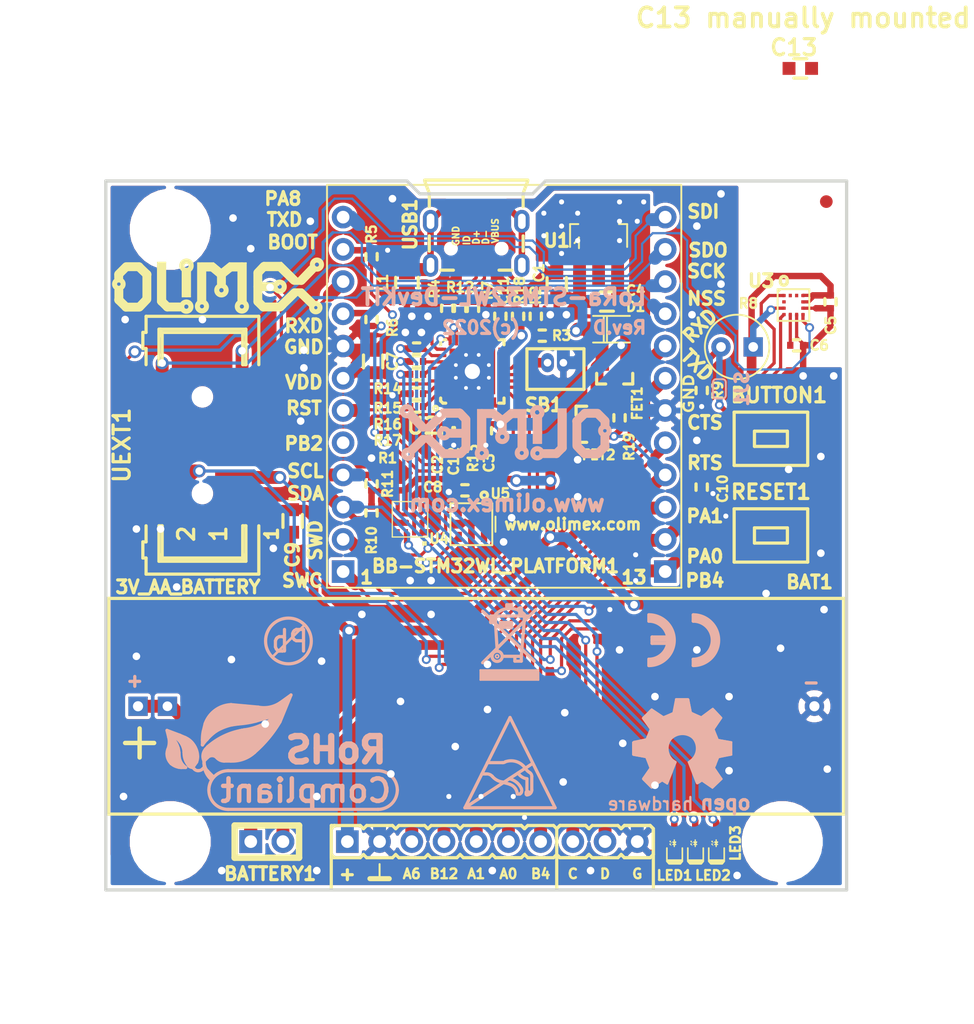
<source format=kicad_pcb>
(kicad_pcb (version 20171130) (host pcbnew 5.1.12-84ad8e8a86~92~ubuntu18.04.1)
  (title_block (title LoRa-STM32WL-DevKit) (date 2022-11-10) (rev D1) (company "Olimex Ltd"))
  (layers (0 F.Cu signal) (31 B.Cu signal) (34 B.Paste user) (35 F.Paste user) (36 B.SilkS user) (37 F.SilkS user) (38 B.Mask user) (39 F.Mask user) (44 Edge.Cuts user))
  (net 0 "")
  (net 1 GND)
  (net 2 NRST)
  (net 3 +3.3V)
  (net 4 PB4)
  (net 5 PB12)
  (net 6 PA6)
  (net 7 "Net-(LED1-Pad2)")
  (net 8 PA0)
  (net 9 PA1)
  (net 10 "Net-(BAT1-Pad1)")
  (net 11 VDD)
  (net 12 "Net-(C6-Pad1)")
  (net 13 "Net-(U2-Pad20)")
  (net 14 "Net-(U2-Pad14)")
  (net 15 "Net-(USB1-Pad4)")
  (net 16 /CMSIS-DAP/5V_USB)
  (net 17 "Net-(C12-Pad1)")
  (net 18 /SWCLK2)
  (net 19 /SWDIO2)
  (net 20 "Net-(LED2-Pad2)")
  (net 21 "Net-(LED3-Pad2)")
  (net 22 /nBOOT0)
  (net 23 /SWDIO1)
  (net 24 /SWCLK1)
  (net 25 /CMSIS-DAP/nRESET)
  (net 26 /CMSIS-DAP/VDEB)
  (net 27 "Net-(R4-Pad2)")
  (net 28 /CMSIS-DAP/USBD_DP)
  (net 29 /CMSIS-DAP/USART_RX)
  (net 30 /CMSIS-DAP/USART_TX)
  (net 31 /CMSIS-DAP/USBD_N)
  (net 32 /CMSIS-DAP/USBD_DN)
  (net 33 /CMSIS-DAP/USBD_P)
  (net 34 "Net-(R14-Pad1)")
  (net 35 "Net-(R15-Pad1)")
  (net 36 "Net-(R16-Pad1)")
  (net 37 "Net-(U2-Pad2)")
  (net 38 "Net-(U2-Pad3)")
  (net 39 "Net-(U2-Pad6)")
  (net 40 "Net-(U2-Pad7)")
  (net 41 "Net-(U2-Pad15)")
  (net 42 "Net-(U2-Pad16)")
  (net 43 "Net-(U2-Pad19)")
  (net 44 "Net-(U2-Pad29)")
  (net 45 "Net-(U2-Pad18)")
  (net 46 "Net-(R17-Pad2)")
  (net 47 "Net-(SB1-Pad1)")
  (net 48 VDDIO)
  (net 49 "Net-(FID1-PadFid1)")
  (net 50 "Net-(FID2-PadFid1)")
  (net 51 "Net-(FID3-PadFid1)")
  (net 52 "Net-(L1-Pad2)")
  (net 53 "Net-(R8-Pad2)")
  (net 54 /LPUART1_TX)
  (net 55 /SPI1_MISO)
  (net 56 /SPI1_SCK)
  (net 57 /SPI1_NSS)
  (net 58 /LPUART1_RX)
  (net 59 /I2C1_SDA)
  (net 60 /SPI1_MOSI)
  (net 61 /nINT)
  (net 62 /USART1_RX)
  (net 63 "Net-(BB-STM32WL_PLATFORM1-Pad5)")
  (net 64 /USART1_TX)
  (net 65 /I2C1_SCL)
  (net 66 "Net-(BATTERY1-Pad2)")
  (module OLIMEX_RLC-FP:C_0603_5MIL_DWS (layer F.Cu) (at 109.378001 77.489001)
    (fp_text reference C13 (at -0.508 -1.651) (layer F.SilkS) (effects (font (size 1.27 1.27) (thickness 0.254))))
    (fp_text value 22uF/6.3V)
    (pad 2 smd rect (at 0.889 0) (size 1.016 1.016) (layers F.Cu F.Paste F.Mask) (net 11 VDD) (clearance 0.0508))
    (pad 1 smd rect (at -0.889 0) (size 1.016 1.016) (layers F.Cu F.Paste F.Mask) (net 5 PB12) (clearance 0.0508))
  )
  (module OLIMEX_LOGOs-FP:LOGO_ROHS_1 (layer B.Cu) (at 76.581 135.255 180)
    (fp_text reference RoHs hide)
    (fp_text value Val** hide)
    (fp_text user Compliant (at 6.20014 0.8382 180) (layer B.SilkS) (effects (font (size 1.778 1.778) (thickness 0.35)) (justify mirror)))
    (fp_text user RoHS (at 3.81508 4.04368 180) (layer B.SilkS) (effects (font (size 2 2) (thickness 0.5)) (justify mirror)))
  )
  (module OLIMEX_LEDs-FP:LED_0603_KA (layer F.Cu) (at 102.743 138.557 90)
    (fp_text reference LED3 (at 0 1.524 90) (layer F.SilkS) (effects (font (size 0.762 0.762) (thickness 0.1905))))
    (fp_text value "LED/0603/YELLOW/150 mCd")
    (pad 1 smd rect (at -0.762 0 270) (size 0.8 0.8) (layers F.Cu F.Paste F.Mask) (net 1 GND))
    (pad 2 smd rect (at 0.762 0 270) (size 0.8 0.8) (layers F.Cu F.Paste F.Mask) (net 21 "Net-(LED3-Pad2)"))
  )
  (module "OLIMEX_Buttons-FP:T1107A(6x3,8x2,5MM)" (layer F.Cu) (at 107.061 106.68)
    (fp_text reference BUTTON1 (at 0.635 -3.429 180) (layer F.SilkS) (effects (font (size 1.143 1.143) (thickness 0.254))))
    (fp_text value "T1107A(6x3,8x2,5MM)")
    (pad 2 smd rect (at 3.937 0 90) (size 1.016 1.524) (layers F.Cu F.Paste F.Mask) (net 1 GND) (clearance 0.0508))
    (pad 1 smd rect (at -3.937 0 90) (size 1.016 1.524) (layers F.Cu F.Paste F.Mask) (net 8 PA0) (clearance 0.0508))
  )
  (module OLIMEX_Connectors-FP:GBH-254-SMT-10 (layer F.Cu) (at 62.23 107.188 90)
    (fp_text reference UEXT1 (at 0 -6.35 90) (layer F.SilkS) (effects (font (size 1.27 1.27) (thickness 0.254))))
    (fp_text value "BH10S(B-D-02x5-LF)")
    (fp_text user 1 (at -6.985 1.27 90) (layer F.SilkS) (effects (font (size 1.27 1.27) (thickness 0.254))))
    (fp_text user 2 (at -6.985 -1.27 90) (layer F.SilkS) (effects (font (size 1.27 1.27) (thickness 0.254))))
    (pad "" np_thru_hole circle (at 3.81 0 90) (size 1.2 1.2) (drill 1.2) (layers *.Cu *.Mask))
    (pad 1 smd rect (at -5.08 3.125 180) (size 4.25 1) (layers F.Cu F.Mask) (net 48 VDDIO))
    (pad 2 smd rect (at -5.08 -3.125 180) (size 4.25 1) (layers F.Cu F.Mask) (net 1 GND))
    (pad 3 smd rect (at -2.54 3.125 180) (size 4.25 1) (layers F.Cu F.Mask) (net 54 /LPUART1_TX))
    (pad 4 smd rect (at -2.54 -3.125 180) (size 4.25 1) (layers F.Cu F.Mask) (net 58 /LPUART1_RX))
    (pad 5 smd rect (at 0 3.125 180) (size 4.25 1) (layers F.Cu F.Mask) (net 65 /I2C1_SCL))
    (pad 6 smd rect (at 0 -3.125 180) (size 4.25 1) (layers F.Cu F.Mask) (net 59 /I2C1_SDA))
    (pad 7 smd rect (at 2.54 3.125 180) (size 4.25 1) (layers F.Cu F.Mask) (net 55 /SPI1_MISO))
    (pad 8 smd rect (at 2.54 -3.125 180) (size 4.25 1) (layers F.Cu F.Mask) (net 60 /SPI1_MOSI))
    (pad 9 smd rect (at 5.08 3.125 180) (size 4.25 1) (layers F.Cu F.Mask) (net 56 /SPI1_SCK))
    (pad 10 smd rect (at 5.08 -3.125 180) (size 4.25 1) (layers F.Cu F.Mask) (net 57 /SPI1_NSS))
    (pad "" np_thru_hole circle (at -3.81 0 90) (size 1.2 1.2) (drill 1.2) (layers *.Cu *.Mask))
  )
  (module OLIMEX_RLC-FP:R_0402_5MIL_DWS (layer F.Cu) (at 75.565 112.522 270)
    (fp_text reference R10 (at 2.159 0 90) (layer F.SilkS) (effects (font (size 0.762 0.762) (thickness 0.1905))))
    (fp_text value 10K)
    (pad 2 smd rect (at 0.508 0 270) (size 0.5 0.55) (layers F.Cu F.Paste F.Mask) (net 59 /I2C1_SDA))
    (pad 1 smd rect (at -0.508 0 90) (size 0.5 0.55) (layers F.Cu F.Paste F.Mask) (net 48 VDDIO))
  )
  (module OLIMEX_IC-FP:BME280 (layer F.Cu) (at 78.6 113.025 90)
    (fp_text reference U4 (at -1.529 2.299) (layer F.SilkS) (effects (font (size 0.762 0.762) (thickness 0.1905))))
    (fp_text value "NA(BME280)")
    (pad 2 smd rect (at -1.025 0.325 270) (size 0.5 0.325) (layers F.Cu F.Paste F.Mask) (net 48 VDDIO))
    (pad 6 smd rect (at 1.025 -0.325 270) (size 0.5 0.325) (layers F.Cu F.Paste F.Mask) (net 48 VDDIO))
    (pad 7 smd rect (at 1.025 0.325 270) (size 0.5 0.325) (layers F.Cu F.Paste F.Mask) (net 1 GND))
    (pad 8 smd rect (at 1.025 0.975 270) (size 0.5 0.325) (layers F.Cu F.Paste F.Mask) (net 48 VDDIO))
    (pad 1 smd rect (at -1.025 0.975 270) (size 0.5 0.325) (layers F.Cu F.Paste F.Mask) (net 1 GND))
    (pad 3 smd rect (at -1.025 -0.325 270) (size 0.5 0.325) (layers F.Cu F.Paste F.Mask) (net 59 /I2C1_SDA))
    (pad 4 smd rect (at -1.025 -0.975 270) (size 0.5 0.325) (layers F.Cu F.Paste F.Mask) (net 65 /I2C1_SCL))
    (pad 5 smd rect (at 1.025 -0.975 270) (size 0.5 0.325) (layers F.Cu F.Paste F.Mask) (net 48 VDDIO))
  )
  (module OLIMEX_IC-FP:AHT20 (layer F.Cu) (at 83.439 113.411 180)
    (fp_text reference U5 (at -2.286 2.413 180) (layer F.SilkS) (effects (font (size 0.762 0.762) (thickness 0.1905))))
    (fp_text value AHT20)
    (pad 6 smd rect (at -1 -1 270) (size 0.8 0.5) (layers F.Cu F.Paste F.Mask))
    (pad 4 smd rect (at 1 -1 270) (size 0.8 0.5) (layers F.Cu F.Paste F.Mask) (net 59 /I2C1_SDA))
    (pad 3 smd rect (at 1 1 270) (size 0.8 0.5) (layers F.Cu F.Paste F.Mask) (net 65 /I2C1_SCL))
    (pad 2 smd rect (at 0 1 270) (size 0.8 0.5) (layers F.Cu F.Paste F.Mask) (net 48 VDDIO))
    (pad 1 smd rect (at -1 1 270) (size 0.8 0.5) (layers F.Cu F.Paste F.Mask))
    (pad 5 smd rect (at 0 -1 270) (size 0.8 0.5) (layers F.Cu F.Paste F.Mask) (net 1 GND))
  )
  (module OLIMEX_Transistors-FP:SOT89 (layer F.Cu) (at 93.472 91.059)
    (fp_text reference U1 (at -3.302 0) (layer F.SilkS) (effects (font (size 1.016 1.016) (thickness 0.254))))
    (fp_text value ME6210A33PG)
    (pad 2 smd trapezoid (at 0 0.7493 180) (size 1.50114 0.7493) (rect_delta 0 0.50038) (layers F.Cu F.Paste F.Mask) (net 16 /CMSIS-DAP/5V_USB) (clearance 0.0508))
    (pad 2 smd rect (at 0 -1.6002) (size 1.99898 4.0005) (layers F.Cu F.Paste F.Mask) (net 16 /CMSIS-DAP/5V_USB) (clearance 0.0508))
    (pad 3 smd rect (at 1.50114 2.35204) (size 1.00076 2.5019) (layers F.Cu F.Paste F.Mask) (net 3 +3.3V) (clearance 0.0508))
    (pad 2 smd rect (at 0 2.35204) (size 1.00076 2.5019) (layers F.Cu F.Paste F.Mask) (net 16 /CMSIS-DAP/5V_USB) (clearance 0.0508))
    (pad 1 smd rect (at -1.50114 2.35204) (size 1.00076 2.5019) (layers F.Cu F.Paste F.Mask) (net 1 GND) (clearance 0.0508))
  )
  (module OLIMEX_Connectors-FP:USB-MICRO_MISB-SWMM-5B_LF (layer F.Cu) (at 83.82 89.789 90)
    (fp_text reference USB1 (at 0 -5.207 90) (layer F.SilkS) (effects (font (size 1.016 1.016) (thickness 0.254))))
    (fp_text value MISB-SWMM-5B-LF)
    (fp_text user VBUS (at -0.5 1.5 90) (layer F.SilkS) (effects (font (size 0.508 0.508) (thickness 0.127))))
    (fp_text user D- (at -1 0.75 90) (layer F.SilkS) (effects (font (size 0.508 0.508) (thickness 0.127))))
    (fp_text user D+ (at -1 0 90) (layer F.SilkS) (effects (font (size 0.508 0.508) (thickness 0.127))))
    (fp_text user ID (at -1.25 -0.75 90) (layer F.SilkS) (effects (font (size 0.508 0.508) (thickness 0.127))))
    (fp_text user GND (at -0.9 -1.6 90) (layer F.SilkS) (effects (font (size 0.508 0.508) (thickness 0.127))))
    (pad 1 smd rect (at -3.15 1.3875 180) (size 0.5 1.65) (layers F.Cu F.Paste F.Mask) (net 16 /CMSIS-DAP/5V_USB))
    (pad 2 smd rect (at -3.15 0.65 180) (size 0.325 1.65) (layers F.Cu F.Paste F.Mask) (net 32 /CMSIS-DAP/USBD_DN))
    (pad 3 smd rect (at -3.15 0 180) (size 0.325 1.65) (layers F.Cu F.Paste F.Mask) (net 28 /CMSIS-DAP/USBD_DP))
    (pad 4 smd rect (at -3.15 -0.65 180) (size 0.325 1.65) (layers F.Cu F.Paste F.Mask) (net 15 "Net-(USB1-Pad4)"))
    (pad 5 smd rect (at -3.15 -1.3875 180) (size 0.5 1.65) (layers F.Cu F.Paste F.Mask) (net 1 GND))
    (pad "" np_thru_hole circle (at -1.9 2 180) (size 0.6 0.6) (drill 0.6) (layers *.Cu *.Mask))
    (pad "" np_thru_hole circle (at -1.9 -2 180) (size 0.6 0.6) (drill 0.6) (layers *.Cu *.Mask))
    (pad 0 smd rect (at 1.4 1.5 180) (size 1.1 1) (layers F.Cu F.Paste F.Mask) (net 52 "Net-(L1-Pad2)"))
    (pad 0 smd rect (at 1.4 -1.5 180) (size 1.1 1) (layers F.Cu F.Paste F.Mask) (net 52 "Net-(L1-Pad2)"))
    (pad 0 thru_hole oval (at 0.25 3.6 180) (size 1.2 1.8) (drill oval 0.6 1.2) (layers *.Cu *.Mask) (net 52 "Net-(L1-Pad2)"))
    (pad 0 thru_hole oval (at -3.22 3.6 180) (size 1.2 1.8) (drill oval 0.6 1.2) (layers *.Cu *.Mask) (net 52 "Net-(L1-Pad2)"))
    (pad 0 thru_hole oval (at -3.22 -3.6 180) (size 1.2 1.8) (drill oval 0.6 1.2) (layers *.Cu *.Mask) (net 52 "Net-(L1-Pad2)"))
    (pad 0 thru_hole oval (at 0.25 -3.6 180) (size 1.2 1.8) (drill oval 0.6 1.2) (layers *.Cu *.Mask) (net 52 "Net-(L1-Pad2)"))
  )
  (module OLIMEX_LOGOs-FP:LOGO_ANTISTATIC_1 (layer B.Cu) (at 90.043 135.763 180)
    (fp_text reference AntiSTATIC hide)
    (fp_text value Val** hide)
  )
  (module OLIMEX_LOGOs-FP:LOGO_PBFREE (layer B.Cu) (at 69.215 122.301)
    (fp_text reference PB_Free)
    (fp_text value "")
    (fp_text user Pb (at -0.08636 0.33528) (layer B.SilkS) (effects (font (size 1.7 1.5) (thickness 0.254)) (justify mirror)))
  )
  (module OLIMEX_Transistors-FP:SOT23 (layer F.Cu) (at 92.329 105.537)
    (fp_text reference FET2 (at 1.143 2.413 180) (layer F.SilkS) (effects (font (size 0.762 0.762) (thickness 0.1905))))
    (fp_text value WPM2015-3/TR)
    (pad 1 smd rect (at 1.10744 0.94996) (size 1.4 1) (layers F.Cu F.Paste F.Mask) (net 5 PB12) (clearance 0.0508))
    (pad 2 smd rect (at 1.10744 -0.9525) (size 1.4 1) (layers F.Cu F.Paste F.Mask) (net 11 VDD) (clearance 0.0508))
    (pad 3 smd rect (at -1.10236 0.00254) (size 1.4 1) (layers F.Cu F.Paste F.Mask) (net 48 VDDIO) (clearance 0.0508))
  )
  (module OLIMEX_RLC-FP:R_PHOTO-Device (layer F.Cu) (at 104.394 99.441 180)
    (fp_text reference R8 (at -0.889 3.429 180) (layer F.SilkS) (effects (font (size 0.762 0.762) (thickness 0.1905))))
    (fp_text value SNS-LDR5MM)
    (pad 2 thru_hole circle (at 1.27 0 180) (size 1.524 1.524) (drill 0.762) (layers *.Cu *.Mask) (net 53 "Net-(R8-Pad2)"))
    (pad 1 thru_hole rect (at -1.27 0 180) (size 1.524 1.524) (drill 0.762) (layers *.Cu *.Mask) (net 48 VDDIO))
  )
  (module "OLIMEX_Buttons-FP:T1107A(6x3,8x2,5MM)" (layer F.Cu) (at 107.061 114.3)
    (fp_text reference RESET1 (at 0 -3.429 180) (layer F.SilkS) (effects (font (size 1.143 1.143) (thickness 0.254))))
    (fp_text value "T1107A(6x3,8x2,5MM)")
    (pad 2 smd rect (at 3.937 0 90) (size 1.016 1.524) (layers F.Cu F.Paste F.Mask) (net 1 GND) (clearance 0.0508))
    (pad 1 smd rect (at -3.937 0 90) (size 1.016 1.524) (layers F.Cu F.Paste F.Mask) (net 2 NRST) (clearance 0.0508))
  )
  (module OLIMEX_LEDs-FP:LED_0603_KA (layer F.Cu) (at 99.441 138.557 90)
    (fp_text reference LED1 (at -2.54 0.0254 180) (layer F.SilkS) (effects (font (size 0.762 0.762) (thickness 0.1905))))
    (fp_text value "LED/0603/RED/300 mCd")
    (pad 1 smd rect (at -0.762 0 270) (size 0.8 0.8) (layers F.Cu F.Paste F.Mask) (net 1 GND))
    (pad 2 smd rect (at 0.762 0 270) (size 0.8 0.8) (layers F.Cu F.Paste F.Mask) (net 7 "Net-(LED1-Pad2)"))
  )
  (module OLIMEX_LEDs-FP:LED_0603_KA (layer F.Cu) (at 101.092 138.557 90)
    (fp_text reference LED2 (at -2.54 1.397 180) (layer F.SilkS) (effects (font (size 0.762 0.762) (thickness 0.1905))))
    (fp_text value "LED/0603/GREEN/300 mCd")
    (pad 1 smd rect (at -0.762 0 270) (size 0.8 0.8) (layers F.Cu F.Paste F.Mask) (net 1 GND))
    (pad 2 smd rect (at 0.762 0 270) (size 0.8 0.8) (layers F.Cu F.Paste F.Mask) (net 20 "Net-(LED2-Pad2)"))
  )
  (module OLIMEX_Transistors-FP:SOT23 (layer F.Cu) (at 94.742 101.727 90)
    (fp_text reference FET1 (at -2.159 1.778 90) (layer F.SilkS) (effects (font (size 0.762 0.762) (thickness 0.1905))))
    (fp_text value WPM2015-3/TR)
    (pad 1 smd rect (at 1.10744 0.94996 90) (size 1.4 1) (layers F.Cu F.Paste F.Mask) (net 3 +3.3V) (clearance 0.0508))
    (pad 2 smd rect (at 1.10744 -0.9525 90) (size 1.4 1) (layers F.Cu F.Paste F.Mask) (net 11 VDD) (clearance 0.0508))
    (pad 3 smd rect (at -1.10236 0.00254 90) (size 1.4 1) (layers F.Cu F.Paste F.Mask) (net 66 "Net-(BATTERY1-Pad2)") (clearance 0.0508))
  )
  (module OLIMEX_Connectors-FP:WU02S (layer F.Cu) (at 90.0684 100.6856)
    (fp_text reference SB1 (at -0.9144 3.3274) (layer F.SilkS) (effects (font (size 1.016 1.016) (thickness 0.254))))
    (fp_text value NA)
    (pad 2 thru_hole oval (at 0.625 0) (size 1 1.5) (drill 0.6) (layers *.Cu *.Mask) (net 1 GND))
    (pad 1 thru_hole oval (at -0.625 0) (size 1 1.5) (drill 0.6) (layers *.Cu *.Mask) (net 47 "Net-(SB1-Pad1)"))
  )
  (module OLIMEX_RLC-FP:C_0402_5MIL_DWS (layer F.Cu) (at 111.76 95.885 270)
    (fp_text reference C5 (at 1.8542 -0.0254 90) (layer F.SilkS) (effects (font (size 0.762 0.762) (thickness 0.1905))))
    (fp_text value 2.2uF/6.3V/20%)
    (pad 2 smd rect (at 0.508 0 270) (size 0.5 0.55) (layers F.Cu F.Paste F.Mask) (net 1 GND))
    (pad 1 smd rect (at -0.508 0 90) (size 0.5 0.55) (layers F.Cu F.Paste F.Mask) (net 48 VDDIO))
  )
  (module OLIMEX_Diodes-FP:SOD-123_KA (layer F.Cu) (at 94.488 98.044)
    (fp_text reference D1 (at 1.905 -1.778) (layer F.SilkS) (effects (font (size 0.762 0.762) (thickness 0.1905))))
    (fp_text value "1N5819(S4 SOD-123)")
    (pad 2 smd rect (at 1.635 0) (size 1.2 1.2) (layers F.Cu F.Paste F.Mask) (net 3 +3.3V) (clearance 0.0508))
    (pad 1 smd rect (at -1.635 0) (size 1.2 1.2) (layers F.Cu F.Paste F.Mask) (net 11 VDD) (clearance 0.0508))
  )
  (module OLIMEX_Jumpers-FP:HN1x2_Jumper (layer F.Cu) (at 67.31 138.43)
    (fp_text reference BATTERY1 (at 0.254 2.54) (layer F.SilkS) (effects (font (size 1.016 1.016) (thickness 0.254))))
    (fp_text value HN1x2 hide)
    (pad 2 thru_hole circle (at 1.27 0 90) (size 1.8 1.8) (drill 1) (layers *.Cu *.Mask) (net 66 "Net-(BATTERY1-Pad2)"))
    (pad 1 thru_hole rect (at -1.27 0 90) (size 1.8 1.8) (drill 1) (layers *.Cu *.Mask) (net 10 "Net-(BAT1-Pad1)"))
  )
  (module OLIMEX_RLC-FP:R_0402_5MIL_DWS (layer F.Cu) (at 79.121 104.14)
    (fp_text reference R1 (at -2.286 4.064) (layer F.SilkS) (effects (font (size 0.762 0.762) (thickness 0.1905))))
    (fp_text value 220R)
    (pad 2 smd rect (at 0.508 0) (size 0.5 0.55) (layers F.Cu F.Paste F.Mask) (net 25 /CMSIS-DAP/nRESET))
    (pad 1 smd rect (at -0.508 0 180) (size 0.5 0.55) (layers F.Cu F.Paste F.Mask) (net 2 NRST))
  )
  (module OLIMEX_RLC-FP:R_0402_5MIL_DWS (layer F.Cu) (at 88.519 97.028 90)
    (fp_text reference R2 (at 1.651 0 90) (layer F.SilkS) (effects (font (size 0.762 0.762) (thickness 0.1905))))
    (fp_text value 1.5K)
    (pad 2 smd rect (at 0.508 0 90) (size 0.5 0.55) (layers F.Cu F.Paste F.Mask) (net 16 /CMSIS-DAP/5V_USB))
    (pad 1 smd rect (at -0.508 0 270) (size 0.5 0.55) (layers F.Cu F.Paste F.Mask) (net 26 /CMSIS-DAP/VDEB))
  )
  (module OLIMEX_RLC-FP:R_0402_5MIL_DWS (layer F.Cu) (at 89.027 98.552 180)
    (fp_text reference R3 (at -1.524 0 180) (layer F.SilkS) (effects (font (size 0.762 0.762) (thickness 0.1905))))
    (fp_text value 2.2K)
    (pad 2 smd rect (at 0.508 0 180) (size 0.5 0.55) (layers F.Cu F.Paste F.Mask) (net 26 /CMSIS-DAP/VDEB))
    (pad 1 smd rect (at -0.508 0) (size 0.5 0.55) (layers F.Cu F.Paste F.Mask) (net 1 GND))
  )
  (module OLIMEX_RLC-FP:R_0402_5MIL_DWS (layer F.Cu) (at 81.534 96.393 270)
    (fp_text reference R4 (at -1.524 1.016 90) (layer F.SilkS) (effects (font (size 0.762 0.762) (thickness 0.1905))))
    (fp_text value 1.5K)
    (pad 2 smd rect (at 0.508 0 270) (size 0.5 0.55) (layers F.Cu F.Paste F.Mask) (net 27 "Net-(R4-Pad2)"))
    (pad 1 smd rect (at -0.508 0 90) (size 0.5 0.55) (layers F.Cu F.Paste F.Mask) (net 28 /CMSIS-DAP/USBD_DP))
  )
  (module OLIMEX_RLC-FP:R_0402_5MIL_DWS (layer F.Cu) (at 83.566 96.393 270)
    (fp_text reference R7 (at -1.397 -1.143 90) (layer F.SilkS) (effects (font (size 0.762 0.762) (thickness 0.1905))))
    (fp_text value 22R)
    (pad 2 smd rect (at 0.508 0 270) (size 0.5 0.55) (layers F.Cu F.Paste F.Mask) (net 31 /CMSIS-DAP/USBD_N))
    (pad 1 smd rect (at -0.508 0 90) (size 0.5 0.55) (layers F.Cu F.Paste F.Mask) (net 32 /CMSIS-DAP/USBD_DN))
  )
  (module OLIMEX_RLC-FP:R_0402_5MIL_DWS (layer F.Cu) (at 82.55 96.393 270)
    (fp_text reference R12 (at -1.651 0 180) (layer F.SilkS) (effects (font (size 0.762 0.762) (thickness 0.1905))))
    (fp_text value 22R)
    (pad 2 smd rect (at 0.508 0 270) (size 0.5 0.55) (layers F.Cu F.Paste F.Mask) (net 33 /CMSIS-DAP/USBD_P))
    (pad 1 smd rect (at -0.508 0 90) (size 0.5 0.55) (layers F.Cu F.Paste F.Mask) (net 28 /CMSIS-DAP/USBD_DP))
  )
  (module OLIMEX_RLC-FP:R_0402_5MIL_DWS (layer F.Cu) (at 83.566 106.045 270)
    (fp_text reference R13 (at 2.159 0 270) (layer F.SilkS) (effects (font (size 0.762 0.762) (thickness 0.1905))))
    (fp_text value 10K)
    (pad 2 smd rect (at 0.508 0 270) (size 0.5 0.55) (layers F.Cu F.Paste F.Mask) (net 3 +3.3V))
    (pad 1 smd rect (at -0.508 0 90) (size 0.5 0.55) (layers F.Cu F.Paste F.Mask) (net 17 "Net-(C12-Pad1)"))
  )
  (module OLIMEX_RLC-FP:R_0402_5MIL_DWS (layer F.Cu) (at 79.121 99.568 180)
    (fp_text reference R14 (at 2.286 -3.175) (layer F.SilkS) (effects (font (size 0.762 0.762) (thickness 0.1905))))
    (fp_text value 2.2K)
    (pad 2 smd rect (at 0.508 0 180) (size 0.5 0.55) (layers F.Cu F.Paste F.Mask) (net 21 "Net-(LED3-Pad2)"))
    (pad 1 smd rect (at -0.508 0) (size 0.5 0.55) (layers F.Cu F.Paste F.Mask) (net 34 "Net-(R14-Pad1)"))
  )
  (module OLIMEX_RLC-FP:R_0402_5MIL_DWS (layer F.Cu) (at 79.121 100.584 180)
    (fp_text reference R15 (at 2.286 -3.683) (layer F.SilkS) (effects (font (size 0.762 0.762) (thickness 0.1905))))
    (fp_text value 10K)
    (pad 2 smd rect (at 0.508 0 180) (size 0.5 0.55) (layers F.Cu F.Paste F.Mask) (net 20 "Net-(LED2-Pad2)"))
    (pad 1 smd rect (at -0.508 0) (size 0.5 0.55) (layers F.Cu F.Paste F.Mask) (net 35 "Net-(R15-Pad1)"))
  )
  (module OLIMEX_RLC-FP:R_0402_5MIL_DWS (layer F.Cu) (at 79.121 101.6 180)
    (fp_text reference R16 (at 2.286 -3.937) (layer F.SilkS) (effects (font (size 0.762 0.762) (thickness 0.1905))))
    (fp_text value 2.2K)
    (pad 2 smd rect (at 0.508 0 180) (size 0.5 0.55) (layers F.Cu F.Paste F.Mask) (net 7 "Net-(LED1-Pad2)"))
    (pad 1 smd rect (at -0.508 0) (size 0.5 0.55) (layers F.Cu F.Paste F.Mask) (net 36 "Net-(R16-Pad1)"))
  )
  (module OLIMEX_RLC-FP:R_0402_5MIL_DWS (layer F.Cu) (at 79.121 103.124)
    (fp_text reference R17 (at -2.286 3.683) (layer F.SilkS) (effects (font (size 0.762 0.762) (thickness 0.1905))))
    (fp_text value 10K)
    (pad 2 smd rect (at 0.508 0) (size 0.5 0.55) (layers F.Cu F.Paste F.Mask) (net 46 "Net-(R17-Pad2)"))
    (pad 1 smd rect (at -0.508 0 180) (size 0.5 0.55) (layers F.Cu F.Paste F.Mask) (net 1 GND))
  )
  (module OLIMEX_RLC-FP:C_0402_5MIL_DWS (layer F.Cu) (at 85.725 97.028 90)
    (fp_text reference C11 (at 2.032 0.254 90) (layer F.SilkS) (effects (font (size 0.762 0.762) (thickness 0.1905))))
    (fp_text value 2.2uF/6.3V/20%)
    (pad 2 smd rect (at 0.508 0 90) (size 0.5 0.55) (layers F.Cu F.Paste F.Mask) (net 1 GND))
    (pad 1 smd rect (at -0.508 0 270) (size 0.5 0.55) (layers F.Cu F.Paste F.Mask) (net 3 +3.3V))
  )
  (module OLIMEX_RLC-FP:C_0402_5MIL_DWS (layer F.Cu) (at 84.582 106.045 270)
    (fp_text reference C3 (at 2.54 -0.254 90) (layer F.SilkS) (effects (font (size 0.762 0.762) (thickness 0.1905))))
    (fp_text value 100nF/10V/20%/X5R)
    (pad 2 smd rect (at 0.508 0 270) (size 0.5 0.55) (layers F.Cu F.Paste F.Mask) (net 1 GND))
    (pad 1 smd rect (at -0.508 0 90) (size 0.5 0.55) (layers F.Cu F.Paste F.Mask) (net 3 +3.3V))
  )
  (module OLIMEX_RLC-FP:C_0603_5MIL_DWS (layer F.Cu) (at 94.1324 95.8596 180)
    (fp_text reference C4 (at -2.2606 0.8636) (layer F.SilkS) (effects (font (size 0.762 0.762) (thickness 0.1905))))
    (fp_text value 4.7uF/6.3V)
    (pad 2 smd rect (at 0.889 0 180) (size 1.016 1.016) (layers F.Cu F.Paste F.Mask) (net 1 GND) (clearance 0.0508))
    (pad 1 smd rect (at -0.889 0 180) (size 1.016 1.016) (layers F.Cu F.Paste F.Mask) (net 3 +3.3V) (clearance 0.0508))
  )
  (module OLIMEX_RLC-FP:C_0402_5MIL_DWS (layer F.Cu) (at 82.55 106.045 270)
    (fp_text reference C12 (at 2.413 0.508 270) (layer F.SilkS) (effects (font (size 0.762 0.762) (thickness 0.1905))))
    (fp_text value 100nF/10V/20%/X5R)
    (pad 2 smd rect (at 0.508 0 270) (size 0.5 0.55) (layers F.Cu F.Paste F.Mask) (net 1 GND))
    (pad 1 smd rect (at -0.508 0 90) (size 0.5 0.55) (layers F.Cu F.Paste F.Mask) (net 17 "Net-(C12-Pad1)"))
  )
  (module OLIMEX_RLC-FP:C_0603_5MIL_DWS (layer F.Cu) (at 90.17 94.488 90)
    (fp_text reference C1 (at 0.889 -1.397 90) (layer F.SilkS) (effects (font (size 0.762 0.762) (thickness 0.1905))))
    (fp_text value 4.7uF/6.3V)
    (pad 2 smd rect (at 0.889 0 90) (size 1.016 1.016) (layers F.Cu F.Paste F.Mask) (net 16 /CMSIS-DAP/5V_USB) (clearance 0.0508))
    (pad 1 smd rect (at -0.889 0 90) (size 1.016 1.016) (layers F.Cu F.Paste F.Mask) (net 1 GND) (clearance 0.0508))
  )
  (module OLIMEX_RLC-FP:C_0402_5MIL_DWS (layer F.Cu) (at 81.534 106.045 270)
    (fp_text reference C2 (at 2.667 0.762 90) (layer F.SilkS) (effects (font (size 0.762 0.762) (thickness 0.1905))))
    (fp_text value 100nF/10V/20%/X5R)
    (pad 2 smd rect (at 0.508 0 270) (size 0.5 0.55) (layers F.Cu F.Paste F.Mask) (net 1 GND))
    (pad 1 smd rect (at -0.508 0 90) (size 0.5 0.55) (layers F.Cu F.Paste F.Mask) (net 3 +3.3V))
  )
  (module OLIMEX_LOGOs-FP:OLIMEX_LOGO_TB (layer B.Cu) (at 85.979 106.172 180)
    (fp_text reference Olimex_logo hide)
    (fp_text value "" hide)
  )
  (module OLIMEX_LOGOs-FP:LOGO_RECYCLEBIN_1 (layer B.Cu) (at 88.773 125.73 180)
    (fp_text reference REcycle hide)
    (fp_text value "" hide)
  )
  (module OLIMEX_LOGOs-FP:LOGO_OPENHARDWARE_8x8 (layer B.Cu) (at 100.076 131.191 180)
    (fp_text reference OH hide)
    (fp_text value "" hide)
    (fp_text user open (at -3.40106 -4.17576) (layer B.SilkS) (effects (font (size 1.1 1.1) (thickness 0.254)) (justify mirror)))
    (fp_text user hardware (at 2.51206 -4.2672) (layer B.SilkS) (effects (font (thickness 0.18)) (justify mirror)))
  )
  (module OLIMEX_LOGOs-FP:CE_Sign (layer B.Cu) (at 99.187 122.555 180)
    (fp_text reference CE hide)
    (fp_text value CE_Sign hide)
  )
  (module OLIMEX_Jumpers-FP:SJ_1_SMALLER_TIED (layer B.Cu) (at 102.997 102.743 270)
    (fp_text reference SJ1 (at 0 -1.778 90) (layer B.SilkS) (effects (font (size 1.016 1.016) (thickness 0.254)) (justify mirror)))
    (fp_text value SJ_Closed_Board_Mounted hide)
    (fp_line (start -0.381 0) (end 0.381 0) (layer B.Cu) (width 0.508))
    (pad 2 smd rect (at 0.381 0 270) (size 0.508 0.762) (layers B.Cu B.Mask) (net 4 PB4) (clearance 0.0508))
    (pad 1 smd rect (at -0.381 0 270) (size 0.508 0.762) (layers B.Cu B.Mask) (net 53 "Net-(R8-Pad2)") (clearance 0.0508))
  )
  (module OLIMEX_LOGOs-FP:OLIMEX_LOGO_TB (layer F.Cu) (at 63.627 94.615)
    (fp_text reference OLIMEX_Logo1 hide)
    (fp_text value "" hide)
  )
  (module OLIMEX_IC-FP:LGA-12_2X2_0.5 (layer F.Cu) (at 108.839 96.139)
    (fp_text reference U3 (at -2.54 -1.905) (layer F.SilkS) (effects (font (size 1.016 1.016) (thickness 0.254))))
    (fp_text value IIS2MDCTR)
    (fp_text user o (at -0.762 -2.032) (layer F.SilkS) (effects (font (size 1.016 1.016) (thickness 0.254))))
    (pad 1 smd rect (at -0.75 -0.75) (size 0.275 0.25) (layers F.Cu F.Paste F.Mask) (net 65 /I2C1_SCL))
    (pad 2 smd rect (at -0.75 -0.25) (size 0.275 0.25) (layers F.Cu F.Paste F.Mask))
    (pad 3 smd rect (at -0.75 0.25) (size 0.275 0.25) (layers F.Cu F.Paste F.Mask) (net 48 VDDIO))
    (pad 4 smd rect (at -0.75 0.75) (size 0.275 0.25) (layers F.Cu F.Paste F.Mask) (net 59 /I2C1_SDA))
    (pad 5 smd rect (at -0.25 0.75 90) (size 0.275 0.25) (layers F.Cu F.Paste F.Mask) (net 12 "Net-(C6-Pad1)"))
    (pad 6 smd rect (at 0.25 0.75 90) (size 0.275 0.25) (layers F.Cu F.Paste F.Mask) (net 1 GND))
    (pad 7 smd rect (at 0.75 0.75 180) (size 0.275 0.25) (layers F.Cu F.Paste F.Mask) (net 61 /nINT))
    (pad 8 smd rect (at 0.75 0.25 180) (size 0.275 0.25) (layers F.Cu F.Paste F.Mask) (net 1 GND))
    (pad 9 smd rect (at 0.75 -0.25 180) (size 0.275 0.25) (layers F.Cu F.Paste F.Mask) (net 48 VDDIO))
    (pad 10 smd rect (at 0.75 -0.75 180) (size 0.275 0.25) (layers F.Cu F.Paste F.Mask) (net 48 VDDIO))
    (pad 11 smd rect (at 0.25 -0.75 270) (size 0.275 0.25) (layers F.Cu F.Paste F.Mask))
    (pad 12 smd rect (at -0.25 -0.75 270) (size 0.275 0.25) (layers F.Cu F.Paste F.Mask))
  )
  (module OLIMEX_RLC-FP:R_0402_5MIL_DWS (layer F.Cu) (at 75.565 110.236 90)
    (fp_text reference R11 (at 0 1.27 90) (layer F.SilkS) (effects (font (size 0.762 0.762) (thickness 0.1905))))
    (fp_text value 10K)
    (pad 2 smd rect (at 0.508 0 90) (size 0.5 0.55) (layers F.Cu F.Paste F.Mask) (net 65 /I2C1_SCL))
    (pad 1 smd rect (at -0.508 0 270) (size 0.5 0.55) (layers F.Cu F.Paste F.Mask) (net 48 VDDIO))
  )
  (module OLIMEX_RLC-FP:R_0402_5MIL_DWS (layer F.Cu) (at 75.565 97.282 270)
    (fp_text reference R6 (at 0.635 -1.651 270) (layer F.SilkS) (effects (font (size 0.762 0.762) (thickness 0.1905))))
    (fp_text value 220R)
    (pad 2 smd rect (at 0.508 0 270) (size 0.5 0.55) (layers F.Cu F.Paste F.Mask) (net 30 /CMSIS-DAP/USART_TX))
    (pad 1 smd rect (at -0.508 0 90) (size 0.5 0.55) (layers F.Cu F.Paste F.Mask) (net 62 /USART1_RX))
  )
  (module OLIMEX_RLC-FP:R_0402_5MIL_DWS (layer F.Cu) (at 75.565 92.329 270)
    (fp_text reference R5 (at -1.778 0 270) (layer F.SilkS) (effects (font (size 0.762 0.762) (thickness 0.1905))))
    (fp_text value 220R)
    (pad 2 smd rect (at 0.508 0 270) (size 0.5 0.55) (layers F.Cu F.Paste F.Mask) (net 29 /CMSIS-DAP/USART_RX))
    (pad 1 smd rect (at -0.508 0 90) (size 0.5 0.55) (layers F.Cu F.Paste F.Mask) (net 64 /USART1_TX))
  )
  (module OLIMEX_Connectors-FP:HN1x10 (layer F.Cu) (at 85.09 138.43)
    (fp_text reference CON1 hide)
    (fp_text value HN1X10)
    (pad 4 thru_hole circle (at -3.81 0) (size 1.778 1.778) (drill 1) (layers *.Cu *.Mask) (net 5 PB12))
    (pad 3 thru_hole circle (at -6.35 0) (size 1.778 1.778) (drill 1) (layers *.Cu *.Mask) (net 6 PA6))
    (pad 2 thru_hole circle (at -8.89 0) (size 1.778 1.778) (drill 1) (layers *.Cu *.Mask) (net 1 GND))
    (pad 1 thru_hole rect (at -11.43 0) (size 1.778 1.778) (drill 1) (layers *.Cu *.Mask) (net 48 VDDIO))
    (pad 5 thru_hole circle (at -1.27 0) (size 1.778 1.778) (drill 1) (layers *.Cu *.Mask) (net 9 PA1))
    (pad 6 thru_hole circle (at 1.27 0) (size 1.778 1.778) (drill 1) (layers *.Cu *.Mask) (net 8 PA0))
    (pad 8 thru_hole circle (at 6.35 0) (size 1.778 1.778) (drill 1) (layers *.Cu *.Mask) (net 18 /SWCLK2))
    (pad 7 thru_hole circle (at 3.81 0) (size 1.778 1.778) (drill 1) (layers *.Cu *.Mask) (net 4 PB4))
    (pad 9 thru_hole circle (at 8.89 0) (size 1.778 1.778) (drill 1) (layers *.Cu *.Mask) (net 19 /SWDIO2))
    (pad 10 thru_hole circle (at 11.43 0) (size 1.778 1.778) (drill 1) (layers *.Cu *.Mask) (net 1 GND))
  )
  (module OLIMEX_RLC-FP:C_0402_5MIL_DWS (layer F.Cu) (at 101.6 110.49 270)
    (fp_text reference C10 (at 0.127 -1.651 90) (layer F.SilkS) (effects (font (size 0.762 0.762) (thickness 0.1905))))
    (fp_text value 220nF/+80-20%/10VDC)
    (pad 2 smd rect (at 0.508 0 270) (size 0.5 0.55) (layers F.Cu F.Paste F.Mask) (net 1 GND))
    (pad 1 smd rect (at -0.508 0 90) (size 0.5 0.55) (layers F.Cu F.Paste F.Mask) (net 8 PA0))
  )
  (module OLIMEX_RLC-FP:C_0603_5MIL_DWS (layer F.Cu) (at 69.342 113.157 90)
    (fp_text reference C9 (at -2.667 0 90) (layer F.SilkS) (effects (font (size 1.016 1.016) (thickness 0.254))))
    (fp_text value "NA(4.7uF/6.3V)")
    (pad 2 smd rect (at 0.889 0 90) (size 1.016 1.016) (layers F.Cu F.Paste F.Mask) (net 48 VDDIO) (clearance 0.0508))
    (pad 1 smd rect (at -0.889 0 90) (size 1.016 1.016) (layers F.Cu F.Paste F.Mask) (net 1 GND) (clearance 0.0508))
  )
  (module OLIMEX_RLC-FP:C_0402_5MIL_DWS (layer F.Cu) (at 82.931 110.744 180)
    (fp_text reference C8 (at 2.54 0.254 180) (layer F.SilkS) (effects (font (size 0.762 0.762) (thickness 0.1905))))
    (fp_text value 220nF/+80-20%/10VDC)
    (pad 2 smd rect (at 0.508 0 180) (size 0.5 0.55) (layers F.Cu F.Paste F.Mask) (net 1 GND))
    (pad 1 smd rect (at -0.508 0) (size 0.5 0.55) (layers F.Cu F.Paste F.Mask) (net 48 VDDIO))
  )
  (module OLIMEX_RLC-FP:C_0603_5MIL_DWS (layer F.Cu) (at 75.692 100.584 90)
    (fp_text reference C7 (at 0 1.524 90) (layer F.SilkS) (effects (font (size 0.762 0.762) (thickness 0.1905))))
    (fp_text value 4.7uF/6.3V)
    (pad 2 smd rect (at 0.889 0 90) (size 1.016 1.016) (layers F.Cu F.Paste F.Mask) (net 1 GND) (clearance 0.0508))
    (pad 1 smd rect (at -0.889 0 90) (size 1.016 1.016) (layers F.Cu F.Paste F.Mask) (net 11 VDD) (clearance 0.0508))
  )
  (module OLIMEX_RLC-FP:C_0402_5MIL_DWS (layer F.Cu) (at 109.093 99.314)
    (fp_text reference C6 (at 1.778 0) (layer F.SilkS) (effects (font (size 0.762 0.762) (thickness 0.1905))))
    (fp_text value 220nF/+80-20%/10VDC)
    (pad 2 smd rect (at 0.508 0) (size 0.5 0.55) (layers F.Cu F.Paste F.Mask) (net 1 GND))
    (pad 1 smd rect (at -0.508 0 180) (size 0.5 0.55) (layers F.Cu F.Paste F.Mask) (net 12 "Net-(C6-Pad1)"))
  )
  (module OLIMEX_Connectors-FP:BATTERY-1xAA (layer F.Cu) (at 83.82 127.762)
    (fp_text reference BAT1 (at 26.285 -9.784) (layer F.SilkS) (effects (font (size 1.016 1.016) (thickness 0.254))))
    (fp_text value "BTH-DP-AA-LF(BH311P)")
    (pad 1 thru_hole rect (at -26.67 0) (size 1.524 1.524) (drill 0.8) (layers *.Cu *.Mask) (net 10 "Net-(BAT1-Pad1)"))
    (pad 2 thru_hole circle (at 26.67 0) (size 1.524 1.524) (drill 0.8) (layers *.Cu *.Mask) (net 1 GND))
    (pad 1 thru_hole rect (at -24.35 0) (size 1.524 1.524) (drill 0.762) (layers *.Cu *.Mask) (net 10 "Net-(BAT1-Pad1)"))
  )
  (module OLIMEX_RLC-FP:R_0402_5MIL_DWS (layer F.Cu) (at 101.6 102.87 90)
    (fp_text reference R9 (at 0 1.27 90) (layer F.SilkS) (effects (font (size 0.762 0.762) (thickness 0.1905))))
    (fp_text value 10K)
    (pad 2 smd rect (at 0.508 0 90) (size 0.5 0.55) (layers F.Cu F.Paste F.Mask) (net 53 "Net-(R8-Pad2)"))
    (pad 1 smd rect (at -0.508 0 270) (size 0.5 0.55) (layers F.Cu F.Paste F.Mask) (net 1 GND))
  )
  (module OLIMEX_RLC-FP:R_0402_5MIL_DWS (layer F.Cu) (at 87.122 97.028 270)
    (fp_text reference R18 (at -2.032 -0.127 270) (layer F.SilkS) (effects (font (size 0.762 0.762) (thickness 0.1905))))
    (fp_text value 10K)
    (pad 2 smd rect (at 0.508 0 270) (size 0.5 0.55) (layers F.Cu F.Paste F.Mask) (net 3 +3.3V))
    (pad 1 smd rect (at -0.508 0 90) (size 0.5 0.55) (layers F.Cu F.Paste F.Mask) (net 1 GND))
  )
  (module OLIMEX_RLC-FP:R_0402_5MIL_DWS (layer F.Cu) (at 95.123 105.029 90)
    (fp_text reference R19 (at -2.286 0.762 90) (layer F.SilkS) (effects (font (size 0.762 0.762) (thickness 0.1905))))
    (fp_text value 100K)
    (pad 2 smd rect (at 0.508 0 90) (size 0.5 0.55) (layers F.Cu F.Paste F.Mask) (net 11 VDD))
    (pad 1 smd rect (at -0.508 0 270) (size 0.5 0.55) (layers F.Cu F.Paste F.Mask) (net 5 PB12))
  )
  (module "OLIMEX_IC-FP:QFN32_EP(33)_5.00x5.00x0.90mm_Pitch_0.50mm" (layer F.Cu) (at 83.5152 101.3714)
    (fp_text reference U2 (at -3.8862 4.2926) (layer F.SilkS) (effects (font (size 1.27 1.27) (thickness 0.254))))
    (fp_text value STM32L052K8U3)
    (pad 33 smd rect (at 0 0) (size 3.6 3.6) (layers F.Cu F.Mask) (net 1 GND))
    (pad 33 thru_hole rect (at -0.5 -1.3) (size 0.4 0.4) (drill 0.3) (layers *.Cu F.Mask) (net 1 GND))
    (pad 33 thru_hole rect (at 0.5 -1.3) (size 0.4 0.4) (drill 0.3) (layers *.Cu F.Mask) (net 1 GND))
    (pad 33 thru_hole rect (at 1.3 -0.5) (size 0.4 0.4) (drill 0.29972) (layers *.Cu F.Mask) (net 1 GND))
    (pad 33 thru_hole rect (at 1.3 0.5) (size 0.4 0.4) (drill 0.3) (layers *.Cu F.Mask) (net 1 GND))
    (pad 33 thru_hole rect (at 0.5 1.3) (size 0.4 0.4) (drill 0.3) (layers *.Cu F.Mask) (net 1 GND))
    (pad 33 thru_hole rect (at -0.5 1.3) (size 0.4 0.4) (drill 0.3) (layers *.Cu F.Mask) (net 1 GND))
    (pad 33 thru_hole rect (at -1.3 0.5) (size 0.4 0.4) (drill 0.3) (layers *.Cu F.Mask) (net 1 GND))
    (pad 33 thru_hole rect (at -1.3 -0.5) (size 0.4 0.4) (drill 0.3) (layers *.Cu F.Mask) (net 1 GND))
    (pad 33 thru_hole rect (at 0 0) (size 1.4224 1.4224) (drill 1.2) (layers *.Cu *.Mask) (net 1 GND))
    (pad 32 smd rect (at -2.45 1.75) (size 0.8 0.25) (layers F.Cu F.Paste F.Mask) (net 25 /CMSIS-DAP/nRESET))
    (pad 31 smd rect (at -2.45 1.25) (size 0.8 0.25) (layers F.Cu F.Paste F.Mask) (net 46 "Net-(R17-Pad2)"))
    (pad 30 smd rect (at -2.45 0.75) (size 0.8 0.25) (layers F.Cu F.Paste F.Mask) (net 22 /nBOOT0))
    (pad 29 smd rect (at -2.45 0.25) (size 0.8 0.25) (layers F.Cu F.Paste F.Mask) (net 44 "Net-(U2-Pad29)"))
    (pad 28 smd rect (at -2.45 -0.25) (size 0.8 0.25) (layers F.Cu F.Paste F.Mask) (net 36 "Net-(R16-Pad1)"))
    (pad 27 smd rect (at -2.45 -0.75) (size 0.8 0.25) (layers F.Cu F.Paste F.Mask) (net 35 "Net-(R15-Pad1)"))
    (pad 26 smd rect (at -2.45 -1.25) (size 0.8 0.25) (layers F.Cu F.Paste F.Mask) (net 34 "Net-(R14-Pad1)"))
    (pad 25 smd rect (at -2.45 -1.75) (size 0.8 0.25) (layers F.Cu F.Paste F.Mask) (net 27 "Net-(R4-Pad2)"))
    (pad 24 smd rect (at -1.75 -2.45 270) (size 0.8 0.25) (layers F.Cu F.Paste F.Mask) (net 18 /SWCLK2))
    (pad 23 smd rect (at -1.25 -2.45 270) (size 0.8 0.25) (layers F.Cu F.Paste F.Mask) (net 19 /SWDIO2))
    (pad 22 smd rect (at -0.75 -2.45 270) (size 0.8 0.25) (layers F.Cu F.Paste F.Mask) (net 33 /CMSIS-DAP/USBD_P))
    (pad 21 smd rect (at -0.25 -2.45 270) (size 0.8 0.25) (layers F.Cu F.Paste F.Mask) (net 31 /CMSIS-DAP/USBD_N))
    (pad 20 smd rect (at 0.25 -2.45 270) (size 0.8 0.25) (layers F.Cu F.Paste F.Mask) (net 13 "Net-(U2-Pad20)"))
    (pad 19 smd rect (at 0.75 -2.45 270) (size 0.8 0.25) (layers F.Cu F.Paste F.Mask) (net 43 "Net-(U2-Pad19)"))
    (pad 18 smd rect (at 1.25 -2.45 270) (size 0.8 0.25) (layers F.Cu F.Paste F.Mask) (net 45 "Net-(U2-Pad18)"))
    (pad 17 smd rect (at 1.75 -2.45 270) (size 0.8 0.25) (layers F.Cu F.Paste F.Mask) (net 3 +3.3V))
    (pad 16 smd rect (at 2.45 -1.75 180) (size 0.8 0.25) (layers F.Cu F.Paste F.Mask) (net 42 "Net-(U2-Pad16)"))
    (pad 15 smd rect (at 2.45 -1.25 180) (size 0.8 0.25) (layers F.Cu F.Paste F.Mask) (net 41 "Net-(U2-Pad15)"))
    (pad 14 smd rect (at 2.45 -0.75 180) (size 0.8 0.25) (layers F.Cu F.Paste F.Mask) (net 14 "Net-(U2-Pad14)"))
    (pad 13 smd rect (at 2.45 -0.25 180) (size 0.8 0.25) (layers F.Cu F.Paste F.Mask) (net 26 /CMSIS-DAP/VDEB))
    (pad 12 smd rect (at 2.45 0.25 180) (size 0.8 0.25) (layers F.Cu F.Paste F.Mask) (net 47 "Net-(SB1-Pad1)"))
    (pad 11 smd rect (at 2.45 0.75 180) (size 0.8 0.25) (layers F.Cu F.Paste F.Mask) (net 24 /SWCLK1))
    (pad 10 smd rect (at 2.45 1.25 180) (size 0.8 0.25) (layers F.Cu F.Paste F.Mask) (net 23 /SWDIO1))
    (pad 9 smd rect (at 2.45 1.75 180) (size 0.8 0.25) (layers F.Cu F.Paste F.Mask) (net 29 /CMSIS-DAP/USART_RX))
    (pad 8 smd rect (at 1.75 2.45 90) (size 0.8 0.25) (layers F.Cu F.Paste F.Mask) (net 30 /CMSIS-DAP/USART_TX))
    (pad 7 smd rect (at 1.25 2.45 90) (size 0.8 0.25) (layers F.Cu F.Paste F.Mask) (net 40 "Net-(U2-Pad7)"))
    (pad 6 smd rect (at 0.75 2.45 90) (size 0.8 0.25) (layers F.Cu F.Paste F.Mask) (net 39 "Net-(U2-Pad6)"))
    (pad 5 smd rect (at 0.25 2.45 90) (size 0.8 0.25) (layers F.Cu F.Paste F.Mask) (net 3 +3.3V))
    (pad 4 smd rect (at -0.25 2.45 90) (size 0.8 0.25) (layers F.Cu F.Paste F.Mask) (net 17 "Net-(C12-Pad1)"))
    (pad 3 smd rect (at -0.75 2.45 90) (size 0.8 0.25) (layers F.Cu F.Paste F.Mask) (net 38 "Net-(U2-Pad3)"))
    (pad 2 smd rect (at -1.25 2.45 90) (size 0.8 0.25) (layers F.Cu F.Paste F.Mask) (net 37 "Net-(U2-Pad2)"))
    (pad 1 smd rect (at -1.75 2.45 90) (size 0.8 0.25) (layers F.Cu F.Paste F.Mask) (net 3 +3.3V))
  )
  (module OLIMEX_Cases-FP:BB-STM32WL (layer F.Cu) (at 86.024 103.18)
    (fp_text reference BB-STM32WL_PLATFORM1 (at -0.68 13.533) (layer F.SilkS) (effects (font (size 1.016 1.016) (thickness 0.254))))
    (fp_text value 2xPN_F-D-1X12-LF)
    (pad 15 thru_hole circle (at 12.7 8.89) (size 1.778 1.778) (drill 1) (layers *.Cu *.Mask) (net 9 PA1))
    (pad 17 thru_hole circle (at 12.7 3.81) (size 1.778 1.778) (drill 1) (layers *.Cu *.Mask) (net 6 PA6))
    (pad 19 thru_hole circle (at 12.7 -1.27) (size 1.778 1.778) (drill 1) (layers *.Cu *.Mask) (net 54 /LPUART1_TX))
    (pad 10 thru_hole circle (at -12.7 -8.89) (size 1.778 1.778) (drill 1) (layers *.Cu *.Mask) (net 22 /nBOOT0))
    (pad 24 thru_hole circle (at 12.7 -13.97) (size 1.778 1.778) (drill 1) (layers *.Cu *.Mask) (net 55 /SPI1_MISO))
    (pad 22 thru_hole circle (at 12.7 -8.89) (size 1.778 1.778) (drill 1) (layers *.Cu *.Mask) (net 56 /SPI1_SCK))
    (pad 21 thru_hole circle (at 12.7 -6.35) (size 1.778 1.778) (drill 1) (layers *.Cu *.Mask) (net 57 /SPI1_NSS))
    (pad 20 thru_hole circle (at 12.7 -3.81) (size 1.778 1.778) (drill 1) (layers *.Cu *.Mask) (net 58 /LPUART1_RX))
    (pad 3 thru_hole circle (at -12.7 8.89) (size 1.778 1.778) (drill 1) (layers *.Cu *.Mask) (net 59 /I2C1_SDA))
    (pad 7 thru_hole circle (at -12.7 -1.27) (size 1.778 1.778) (drill 1) (layers *.Cu *.Mask) (net 11 VDD))
    (pad 23 thru_hole circle (at 12.7 -11.43) (size 1.778 1.778) (drill 1) (layers *.Cu *.Mask) (net 60 /SPI1_MOSI))
    (pad 14 thru_hole circle (at 12.7 11.43) (size 1.778 1.778) (drill 1) (layers *.Cu *.Mask) (net 8 PA0))
    (pad 12 thru_hole circle (at -12.7 -13.97) (size 1.778 1.778) (drill 1) (layers *.Cu *.Mask) (net 61 /nINT))
    (pad 2 thru_hole circle (at -12.7 11.43) (size 1.778 1.778) (drill 1) (layers *.Cu *.Mask) (net 23 /SWDIO1))
    (pad 8 thru_hole circle (at -12.7 -3.81) (size 1.778 1.778) (drill 1) (layers *.Cu *.Mask) (net 1 GND))
    (pad 13 thru_hole rect (at 12.7 13.97) (size 1.778 1.778) (drill 1) (layers *.Cu *.Mask) (net 4 PB4))
    (pad 9 thru_hole circle (at -12.7 -6.35) (size 1.778 1.778) (drill 1) (layers *.Cu *.Mask) (net 62 /USART1_RX))
    (pad 6 thru_hole circle (at -12.7 1.27) (size 1.778 1.778) (drill 1) (layers *.Cu *.Mask) (net 2 NRST))
    (pad 18 thru_hole circle (at 12.7 1.27) (size 1.778 1.778) (drill 1) (layers *.Cu *.Mask) (net 1 GND))
    (pad 5 thru_hole circle (at -12.7 3.81) (size 1.778 1.778) (drill 1) (layers *.Cu *.Mask) (net 63 "Net-(BB-STM32WL_PLATFORM1-Pad5)"))
    (pad 11 thru_hole circle (at -12.7 -11.43) (size 1.778 1.778) (drill 1) (layers *.Cu *.Mask) (net 64 /USART1_TX))
    (pad 4 thru_hole circle (at -12.7 6.35) (size 1.778 1.778) (drill 1) (layers *.Cu *.Mask) (net 65 /I2C1_SCL))
    (pad 16 thru_hole circle (at 12.7 6.35) (size 1.778 1.778) (drill 1) (layers *.Cu *.Mask) (net 5 PB12))
    (pad 1 thru_hole rect (at -12.7 13.97) (size 1.778 1.778) (drill 1) (layers *.Cu *.Mask) (net 24 /SWCLK1))
  )
  (module OLIMEX_Other-FP:Fiducial1x3 (layer F.Cu) (at 111.4298 87.9856)
    (fp_text reference FID1 hide)
    (fp_text value Fiducial hide)
    (pad Fid1 connect circle (at 0 0) (size 1 1) (layers F.Cu F.Mask) (net 49 "Net-(FID1-PadFid1)") (clearance 1.016))
  )
  (module OLIMEX_Other-FP:Fiducial1x3 (layer F.Cu) (at 56.1086 140.7668)
    (fp_text reference FID2 hide)
    (fp_text value Fiducial hide)
    (pad Fid1 connect circle (at 0 0) (size 1 1) (layers F.Cu F.Mask) (net 50 "Net-(FID2-PadFid1)") (clearance 1.016))
  )
  (module OLIMEX_Other-FP:Fiducial1x3 (layer F.Cu) (at 111.506 140.716)
    (fp_text reference FID3 hide)
    (fp_text value Fiducial hide)
    (pad Fid1 connect circle (at 0 0) (size 1 1) (layers F.Cu F.Mask) (net 51 "Net-(FID3-PadFid1)") (clearance 1.016))
  )
  (module OLIMEX_Other-FP:Mounting_hole_3.3mm (layer F.Cu) (at 107.95 138.43)
    (fp_text reference MH1 hide)
    (fp_text value Mounting_Hole_NPTH hide)
    (pad "" np_thru_hole circle (at 0 0) (size 3.3 3.3) (drill 3.3) (layers *.Cu *.Mask) (clearance 1.55))
  )
  (module OLIMEX_Other-FP:Mounting_hole_3.3mm (layer F.Cu) (at 59.69 138.43)
    (fp_text reference MH2 hide)
    (fp_text value Mounting_Hole_NPTH hide)
    (pad "" np_thru_hole circle (at 0 0) (size 3.3 3.3) (drill 3.3) (layers *.Cu *.Mask) (clearance 1.55))
  )
  (module OLIMEX_Other-FP:Mounting_hole_3.3mm (layer F.Cu) (at 59.69 90.17)
    (fp_text reference MH3 hide)
    (fp_text value Mounting_Hole_NPTH hide)
    (pad "" np_thru_hole circle (at 0 0) (size 3.3 3.3) (drill 3.3) (layers *.Cu *.Mask) (clearance 1.55))
  )
  (module OLIMEX_Other-FP:Mounting_hole_3.3mm (layer F.Cu) (at 107.95 90.17)
    (fp_text reference MH4 hide)
    (fp_text value Mounting_Hole_NPTH hide)
    (pad "" np_thru_hole circle (at 0 0) (size 3.3 3.3) (drill 3.3) (layers *.Cu *.Mask) (clearance 1.55))
  )
  (module OLIMEX_RLC-FP:L_0805_5MIL_DWS (layer F.Cu) (at 78.359 94.361 90)
    (fp_text reference L1 (at 0 -1.905 90) (layer F.SilkS) (effects (font (size 0.762 0.762) (thickness 0.1905))))
    (fp_text value FB0805/600R/2A)
    (pad 1 smd rect (at -1.016 0 90) (size 1.524 1.27) (layers F.Cu F.Paste F.Mask) (net 1 GND) (clearance 0.0508))
    (pad 2 smd rect (at 1.016 0 90) (size 1.524 1.27) (layers F.Cu F.Paste F.Mask) (net 52 "Net-(L1-Pad2)") (clearance 0.0508))
  )
  (gr_text "C13 manually mounted" (at 109.6 73.5) (layer F.SilkS) (effects (font (size 1.5 1.5) (thickness 0.3))))
  (gr_text 3V_AA_BATTERY (at 61.087 118.364) (layer F.SilkS) (effects (font (size 1.016 1.016) (thickness 0.254))))
  (gr_line (start 79.754642 114.919075) (end 79.756 114.935) (layer F.SilkS) (width 0.254))
  (gr_text 13 (at 96.266 117.602) (layer F.SilkS) (effects (font (size 1.016 1.016) (thickness 0.254))))
  (gr_text www.olimex.com (at 91.44 113.411) (layer F.SilkS) (effects (font (size 0.889 0.889) (thickness 0.22225))))
  (gr_text www.olimex.com (at 86.233 111.76) (layer B.SilkS) (effects (font (size 1.27 1.27) (thickness 0.3048)) (justify mirror)))
  (gr_text GND (at 100.584 103.124 90) (layer F.SilkS) (effects (font (size 0.762 1.016) (thickness 0.1905))))
  (gr_text 1 (at 75.184 117.602) (layer F.SilkS) (effects (font (size 1.016 1.016) (thickness 0.254))))
  (gr_text SDO (at 102.108 91.821) (layer F.SilkS) (effects (font (size 1.016 1.016) (thickness 0.254))))
  (gr_text SDI (at 101.727 88.773) (layer F.SilkS) (effects (font (size 1.016 1.016) (thickness 0.254))))
  (gr_text SCK (at 101.981 93.472) (layer F.SilkS) (effects (font (size 1.016 1.016) (thickness 0.254))))
  (gr_text NSS (at 101.981 95.631) (layer F.SilkS) (effects (font (size 1.016 1.016) (thickness 0.254))))
  (gr_text RXD (at 101.473 97.79 45) (layer F.SilkS) (effects (font (size 1.016 1.016) (thickness 0.254))))
  (gr_text TXD (at 101.2444 100.8888 315) (layer F.SilkS) (effects (font (size 1.016 1.016) (thickness 0.254))))
  (gr_text PA0 (at 101.854 115.951) (layer F.SilkS) (effects (font (size 1.016 1.016) (thickness 0.254))))
  (gr_text PA1 (at 101.854 112.776) (layer F.SilkS) (effects (font (size 1.016 1.016) (thickness 0.254))))
  (gr_text RTS (at 101.854 108.585) (layer F.SilkS) (effects (font (size 1.016 1.016) (thickness 0.254))))
  (gr_text PA8 (at 68.58 87.757) (layer F.SilkS) (effects (font (size 1.016 1.016) (thickness 0.254))))
  (gr_text TXD (at 68.707 89.408) (layer F.SilkS) (effects (font (size 1.016 1.016) (thickness 0.254))))
  (gr_text BOOT (at 69.342 91.186) (layer F.SilkS) (effects (font (size 1.016 1.016) (thickness 0.254))))
  (gr_text RXD (at 70.231 97.79) (layer F.SilkS) (effects (font (size 1.016 1.016) (thickness 0.254))))
  (gr_text CTS (at 101.854 105.41) (layer F.SilkS) (effects (font (size 1.016 1.016) (thickness 0.254))))
  (gr_text GND (at 70.231 99.441) (layer F.SilkS) (effects (font (size 1.016 1.016) (thickness 0.254))))
  (gr_text VDD (at 70.231 102.235) (layer F.SilkS) (effects (font (size 1.016 1.016) (thickness 0.254))))
  (gr_text RST (at 70.231 104.267) (layer F.SilkS) (effects (font (size 1.016 1.016) (thickness 0.254))))
  (gr_text PB2 (at 70.231 107.061) (layer F.SilkS) (effects (font (size 1.016 1.016) (thickness 0.254))))
  (gr_text SCL (at 70.358 109.22) (layer F.SilkS) (effects (font (size 1.016 1.016) (thickness 0.254))))
  (gr_text SDA (at 70.358 110.998) (layer F.SilkS) (effects (font (size 1.016 1.016) (thickness 0.254))))
  (gr_text SWD (at 71.12 114.681 90) (layer F.SilkS) (effects (font (size 1.016 1.016) (thickness 0.254))))
  (gr_text SWC (at 70.104 117.856) (layer F.SilkS) (effects (font (size 1.016 1.016) (thickness 0.254))))
  (gr_text PB4 (at 101.854 117.856) (layer F.SilkS) (effects (font (size 1.016 1.016) (thickness 0.254))))
  (gr_text + (at 56.896 125.73) (layer B.SilkS) (effects (font (size 1.016 1.016) (thickness 0.254)) (justify mirror)))
  (gr_text - (at 110.236 125.857) (layer B.SilkS) (effects (font (size 1.016 1.016) (thickness 0.254)) (justify mirror)))
  (gr_text Rev.D (at 95.123 97.917) (layer B.SilkS) (effects (font (size 1.016 1.016) (thickness 0.254)) (justify mirror)))
  (gr_text "(c)2022" (at 84.201 97.917) (layer B.SilkS) (effects (font (size 1.016 1.016) (thickness 0.254)) (justify mirror)))
  (gr_text 1 (at 67.691 114.173 90) (layer F.SilkS) (effects (font (size 1.016 1.016) (thickness 0.254))))
  (gr_text LoRa-STM32WL-DevKIT (at 85.979 95.504) (layer B.SilkS) (effects (font (size 1.27 1.27) (thickness 0.3048)) (justify mirror)))
  (gr_text + (at 57.277 130.429) (layer F.SilkS) (effects (font (size 3 3) (thickness 0.35))))
  (gr_line (start 75.438 141.351) (end 76.962 141.351) (layer F.SilkS) (width 0.4))
  (gr_line (start 76.2 140.208) (end 76.2 141.351) (layer F.SilkS) (width 0.16))
  (gr_text B4 (at 88.9 140.97) (layer F.SilkS) (effects (font (size 0.762 0.762) (thickness 0.1905))))
  (gr_text A0 (at 86.36 140.97) (layer F.SilkS) (effects (font (size 0.762 0.762) (thickness 0.1905))))
  (gr_text A1 (at 83.82 140.97) (layer F.SilkS) (effects (font (size 0.762 0.762) (thickness 0.1905))))
  (gr_text B12 (at 81.28 140.97) (layer F.SilkS) (effects (font (size 0.762 0.762) (thickness 0.1905))))
  (gr_text A6 (at 78.74 140.97) (layer F.SilkS) (effects (font (size 0.762 0.762) (thickness 0.1905))))
  (gr_text + (at 73.66 140.97) (layer F.SilkS) (effects (font (size 1.016 1.016) (thickness 0.254))))
  (gr_line (start 72.39 137.414) (end 72.39 142.113) (layer F.SilkS) (width 0.254))
  (gr_text G (at 96.52 140.97) (layer F.SilkS) (effects (font (size 0.762 0.762) (thickness 0.1905))))
  (gr_text C (at 91.44 140.97) (layer F.SilkS) (effects (font (size 0.762 0.762) (thickness 0.1905))))
  (gr_text D (at 93.98 140.97) (layer F.SilkS) (effects (font (size 0.762 0.762) (thickness 0.1905))))
  (gr_line (start 97.79 137.541) (end 97.79 142.113) (layer F.SilkS) (width 0.254))
  (gr_line (start 90.17 137.414) (end 90.17 142.113) (layer F.SilkS) (width 0.254))
  (gr_line (start 89.281 86.36) (end 113.03 86.36) (layer Edge.Cuts) (width 0.254))
  (gr_line (start 88.265 87.376) (end 89.281 86.36) (layer Edge.Cuts) (width 0.254))
  (gr_line (start 79.375 87.376) (end 88.265 87.376) (layer Edge.Cuts) (width 0.254))
  (gr_line (start 78.359 86.36) (end 79.375 87.376) (layer Edge.Cuts) (width 0.254))
  (gr_line (start 113.03 86.36) (end 113.03 142.24) (layer Edge.Cuts) (width 0.254))
  (gr_line (start 54.61 86.36) (end 78.359 86.36) (layer Edge.Cuts) (width 0.254))
  (gr_line (start 54.61 142.24) (end 54.61 86.36) (layer Edge.Cuts) (width 0.254))
  (gr_line (start 113.03 142.24) (end 54.61 142.24) (layer Edge.Cuts) (width 0.254))
  (via (at 70.231 101.092) (size 1) (drill 0.6) (layers F.Cu B.Cu) (net 1))
  (segment (start 73.3188 99.3648) (end 73.324 99.37) (width 0.4572) (layer B.Cu) (net 1))
  (segment (start 91.9607 95.8596) (end 93.2434 95.8596) (width 1.016) (layer F.Cu) (net 1))
  (segment (start 91.9734 95.9104) (end 91.9607 95.8596) (width 0.508) (layer F.Cu) (net 1))
  (segment (start 98.7188 104.4448) (end 98.724 104.45) (width 0.25) (layer F.Cu) (net 1))
  (via (at 91.821 108.331) (size 1) (drill 0.6) (layers F.Cu B.Cu) (net 1))
  (via (at 84.582 96.901) (size 1) (drill 0.6) (layers F.Cu B.Cu) (net 1))
  (segment (start 82.4325 94.018) (end 82.19275 94.25775) (width 0.508) (layer F.Cu) (net 1))
  (segment (start 82.4325 92.685) (end 82.4325 94.018) (width 0.508) (layer F.Cu) (net 1))
  (segment (start 82.4325 93.65808) (end 81.994569 94.096011) (width 0.508) (layer F.Cu) (net 1))
  (segment (start 82.4325 92.939) (end 82.4325 93.65808) (width 0.508) (layer F.Cu) (net 1))
  (via (at 79.502 98.298) (size 1) (drill 0.6) (layers F.Cu B.Cu) (net 1))
  (segment (start 78.232 98.298) (end 79.502 98.298) (width 1.016) (layer F.Cu) (net 1))
  (via (at 78.232 98.298) (size 1) (drill 0.6) (layers F.Cu B.Cu) (net 1))
  (segment (start 73.324 99.37) (end 73.649 99.695) (width 1.016) (layer F.Cu) (net 1))
  (segment (start 73.649 99.695) (end 75.692 99.695) (width 1.016) (layer F.Cu) (net 1))
  (segment (start 84.582 98.044) (end 84.582 96.901) (width 1.016) (layer B.Cu) (net 1))
  (segment (start 83.5152 99.1108) (end 84.582 98.044) (width 1.016) (layer B.Cu) (net 1))
  (segment (start 83.5152 101.3714) (end 83.5152 99.1108) (width 1.016) (layer B.Cu) (net 1))
  (segment (start 79.502 98.171) (end 80.899 96.774) (width 1.016) (layer B.Cu) (net 1))
  (segment (start 84.455 96.774) (end 84.582 96.901) (width 1.016) (layer B.Cu) (net 1))
  (segment (start 80.899 96.774) (end 84.455 96.774) (width 1.016) (layer B.Cu) (net 1))
  (segment (start 79.502 98.298) (end 79.502 98.171) (width 1.016) (layer B.Cu) (net 1))
  (segment (start 79.502 96.012) (end 79.502 98.298) (width 1.016) (layer F.Cu) (net 1))
  (segment (start 80.899 94.615) (end 79.502 96.012) (width 1.016) (layer F.Cu) (net 1))
  (segment (start 81.8355 94.615) (end 80.899 94.615) (width 1.016) (layer F.Cu) (net 1))
  (segment (start 82.19275 94.25775) (end 81.8355 94.615) (width 1.016) (layer F.Cu) (net 1))
  (segment (start 79.502 96.012) (end 78.867 95.377) (width 1.016) (layer F.Cu) (net 1))
  (segment (start 78.867 95.377) (end 78.359 95.377) (width 1.016) (layer F.Cu) (net 1))
  (via (at 80.01 97.028) (size 1) (drill 0.6) (layers F.Cu B.Cu) (net 1))
  (via (at 78.74 97.028) (size 1) (drill 0.6) (layers F.Cu B.Cu) (net 1))
  (via (at 89.662 96.901) (size 1) (drill 0.6) (layers F.Cu B.Cu) (net 1))
  (segment (start 90.9828 96.901) (end 91.9734 95.9104) (width 0.508) (layer F.Cu) (net 1))
  (segment (start 90.932 96.901) (end 90.9828 96.901) (width 0.508) (layer F.Cu) (net 1))
  (via (at 90.932 96.901) (size 1) (drill 0.6) (layers F.Cu B.Cu) (net 1))
  (segment (start 84.582 96.901) (end 89.662 96.901) (width 1.016) (layer B.Cu) (net 1))
  (segment (start 84.582 96.901) (end 84.963 96.52) (width 0.508) (layer F.Cu) (net 1))
  (segment (start 84.963 96.52) (end 87.122 96.52) (width 0.508) (layer F.Cu) (net 1))
  (segment (start 89.535 97.028) (end 89.662 96.901) (width 0.508) (layer F.Cu) (net 1))
  (segment (start 89.535 98.552) (end 89.535 97.028) (width 0.508) (layer F.Cu) (net 1))
  (segment (start 91.97086 95.84944) (end 91.9607 95.8596) (width 1.016) (layer F.Cu) (net 1))
  (segment (start 91.97086 93.41104) (end 91.97086 95.84944) (width 1.016) (layer F.Cu) (net 1))
  (segment (start 91.7194 100.6856) (end 90.6934 100.6856) (width 1.016) (layer B.Cu) (net 1))
  (segment (start 94.742 97.663) (end 91.7194 100.6856) (width 1.016) (layer B.Cu) (net 1))
  (segment (start 98.724 104.45) (end 97.084 104.45) (width 1.016) (layer B.Cu) (net 1))
  (segment (start 97.084 104.45) (end 96.52 103.886) (width 1.016) (layer B.Cu) (net 1))
  (segment (start 96.52 103.886) (end 96.52 97.663) (width 1.016) (layer B.Cu) (net 1))
  (segment (start 96.52 97.663) (end 94.742 97.663) (width 1.016) (layer B.Cu) (net 1))
  (via (at 82.042 107.188) (size 0.7) (drill 0.4) (layers F.Cu B.Cu) (net 1))
  (segment (start 83.5152 103.0732) (end 83.5152 101.3714) (width 0.508) (layer B.Cu) (net 1))
  (via (at 84.582 107.188) (size 0.7) (drill 0.4) (layers F.Cu B.Cu) (net 1))
  (segment (start 84.582 107.188) (end 84.709 107.061) (width 0.508) (layer B.Cu) (net 1))
  (segment (start 84.709 107.061) (end 84.709 104.267) (width 0.508) (layer B.Cu) (net 1))
  (segment (start 84.709 104.267) (end 83.5152 103.0732) (width 0.508) (layer B.Cu) (net 1))
  (segment (start 84.582 106.553) (end 84.582 107.188) (width 0.508) (layer F.Cu) (net 1))
  (segment (start 82.042 106.553) (end 81.534 106.553) (width 0.508) (layer F.Cu) (net 1))
  (segment (start 82.042 107.188) (end 82.042 106.553) (width 0.508) (layer F.Cu) (net 1))
  (segment (start 82.55 106.553) (end 82.042 106.553) (width 0.508) (layer F.Cu) (net 1))
  (segment (start 82.042 107.188) (end 82.169 107.315) (width 0.4064) (layer F.Cu) (net 1))
  (segment (start 84.455 107.315) (end 84.582 107.188) (width 0.4064) (layer F.Cu) (net 1))
  (segment (start 82.169 107.315) (end 84.455 107.315) (width 0.4064) (layer F.Cu) (net 1))
  (via (at 81.661 110.871) (size 0.8) (drill 0.5) (layers F.Cu B.Cu) (net 1))
  (via (at 85.979 114.808) (size 1) (drill 0.6) (layers F.Cu B.Cu) (net 1))
  (segment (start 83.439 114.411) (end 83.439 115.57) (width 0.4064) (layer F.Cu) (net 1))
  (segment (start 80.26 114.05) (end 79.575 114.05) (width 0.3048) (layer F.Cu) (net 1))
  (segment (start 80.518 113.792) (end 80.26 114.05) (width 0.3048) (layer F.Cu) (net 1))
  (segment (start 80.518 110.998) (end 80.645 110.871) (width 0.508) (layer F.Cu) (net 1))
  (segment (start 80.518 113.792) (end 80.518 110.998) (width 0.508) (layer F.Cu) (net 1))
  (segment (start 80.645 110.871) (end 81.661 110.871) (width 0.508) (layer F.Cu) (net 1))
  (segment (start 81.661 110.871) (end 82.296 110.871) (width 0.508) (layer F.Cu) (net 1))
  (segment (start 82.296 110.871) (end 82.423 110.744) (width 0.508) (layer F.Cu) (net 1))
  (segment (start 85.217 107.823) (end 84.582 107.188) (width 1.016) (layer B.Cu) (net 1))
  (segment (start 85.217 114.046) (end 85.217 107.823) (width 1.016) (layer B.Cu) (net 1))
  (segment (start 85.979 114.808) (end 85.217 114.046) (width 1.016) (layer B.Cu) (net 1))
  (segment (start 79.248 110.871) (end 80.645 110.871) (width 0.508) (layer F.Cu) (net 1))
  (segment (start 78.925 111.194) (end 79.248 110.871) (width 0.25) (layer F.Cu) (net 1))
  (segment (start 78.925 112) (end 78.925 111.194) (width 0.25) (layer F.Cu) (net 1))
  (via (at 91.821 111.252) (size 1) (drill 0.6) (layers F.Cu B.Cu) (net 1))
  (via (at 96.393 115.824) (size 0.7) (drill 0.4) (layers F.Cu B.Cu) (net 1))
  (segment (start 77.538011 98.298) (end 78.232 98.298) (width 1.016) (layer F.Cu) (net 1))
  (segment (start 76.141011 99.695) (end 77.538011 98.298) (width 1.016) (layer F.Cu) (net 1))
  (segment (start 75.692 99.695) (end 76.141011 99.695) (width 1.016) (layer F.Cu) (net 1))
  (segment (start 77.851 98.298) (end 78.232 98.298) (width 0.508) (layer B.Cu) (net 1))
  (via (at 77.216 103.251) (size 0.8) (drill 0.5) (layers F.Cu B.Cu) (net 1))
  (segment (start 76.962 99.187) (end 77.851 98.298) (width 0.508) (layer B.Cu) (net 1))
  (segment (start 76.962 102.997) (end 76.962 99.187) (width 0.508) (layer B.Cu) (net 1))
  (segment (start 77.216 103.251) (end 76.962 102.997) (width 0.508) (layer B.Cu) (net 1))
  (segment (start 77.216 103.251) (end 77.343 103.124) (width 0.508) (layer F.Cu) (net 1))
  (segment (start 77.343 103.124) (end 78.613 103.124) (width 0.508) (layer F.Cu) (net 1))
  (segment (start 70.5612 99.3648) (end 73.3188 99.3648) (width 1.016) (layer B.Cu) (net 1))
  (segment (start 70.231 99.695) (end 70.5612 99.3648) (width 1.016) (layer B.Cu) (net 1))
  (via (at 70.231 99.695) (size 1) (drill 0.6) (layers F.Cu B.Cu) (net 1))
  (segment (start 70.231 99.695) (end 70.231 101.092) (width 1.016) (layer B.Cu) (net 1))
  (via (at 103.505 112.776) (size 0.7) (drill 0.4) (layers F.Cu B.Cu) (net 1))
  (segment (start 102.489 110.998) (end 101.6 110.998) (width 0.508) (layer F.Cu) (net 1))
  (via (at 102.489 110.998) (size 0.7) (drill 0.4) (layers F.Cu B.Cu) (net 1))
  (via (at 101.6 104.14) (size 0.7) (drill 0.4) (layers F.Cu B.Cu) (net 1))
  (segment (start 101.6 104.14) (end 101.29 104.45) (width 0.4572) (layer B.Cu) (net 1))
  (segment (start 101.29 104.45) (end 98.724 104.45) (width 0.4572) (layer B.Cu) (net 1))
  (segment (start 101.6 103.378) (end 101.6 104.14) (width 0.508) (layer F.Cu) (net 1))
  (segment (start 109.601 99.187) (end 109.601 99.314) (width 0.254) (layer F.Cu) (net 1))
  (segment (start 109.089 98.675) (end 109.601 99.187) (width 0.254) (layer F.Cu) (net 1))
  (segment (start 109.089 96.889) (end 109.089 98.675) (width 0.254) (layer F.Cu) (net 1))
  (segment (start 102.997 105.537) (end 101.6 104.14) (width 0.4572) (layer B.Cu) (net 1))
  (via (at 109.601 101.727) (size 1) (drill 0.6) (layers F.Cu B.Cu) (net 1))
  (segment (start 109.601 101.727) (end 109.601 102.87) (width 0.4572) (layer B.Cu) (net 1))
  (segment (start 109.601 102.87) (end 106.934 105.537) (width 0.4572) (layer B.Cu) (net 1))
  (segment (start 106.934 105.537) (end 102.997 105.537) (width 0.4572) (layer B.Cu) (net 1))
  (segment (start 109.601 101.727) (end 109.601 99.314) (width 0.508) (layer F.Cu) (net 1))
  (segment (start 109.601 99.314) (end 110.236 99.314) (width 0.508) (layer F.Cu) (net 1))
  (segment (start 110.236 99.314) (end 111.76 97.79) (width 0.508) (layer F.Cu) (net 1))
  (segment (start 111.76 97.79) (end 111.76 96.393) (width 0.508) (layer F.Cu) (net 1))
  (segment (start 110.625 96.393) (end 110.621 96.389) (width 0.508) (layer F.Cu) (net 1))
  (segment (start 111.76 96.393) (end 110.625 96.393) (width 0.508) (layer F.Cu) (net 1))
  (segment (start 109.589 96.389) (end 110.621 96.389) (width 0.254) (layer F.Cu) (net 1))
  (via (at 110.998 108.077) (size 1) (drill 0.6) (layers F.Cu B.Cu) (net 1))
  (via (at 110.998 115.697) (size 1) (drill 0.6) (layers F.Cu B.Cu) (net 1))
  (segment (start 110.998 114.3) (end 110.998 115.697) (width 1.016) (layer F.Cu) (net 1))
  (segment (start 110.998 106.68) (end 110.998 108.077) (width 1.016) (layer F.Cu) (net 1))
  (via (at 76.835 91.821) (size 0.7) (drill 0.4) (layers F.Cu B.Cu) (net 1))
  (segment (start 76.835 94.869) (end 76.835 91.821) (width 1.016) (layer F.Cu) (net 1))
  (segment (start 77.343 95.377) (end 76.835 94.869) (width 1.016) (layer F.Cu) (net 1))
  (segment (start 78.359 95.377) (end 77.343 95.377) (width 1.016) (layer F.Cu) (net 1))
  (via (at 58.928 113.792) (size 1) (drill 0.6) (layers F.Cu B.Cu) (net 1))
  (segment (start 58.928 112.445) (end 58.928 113.792) (width 1.016) (layer F.Cu) (net 1))
  (segment (start 59.105 112.268) (end 58.928 112.445) (width 1.016) (layer F.Cu) (net 1))
  (segment (start 57.023 113.792) (end 58.928 113.792) (width 1.016) (layer F.Cu) (net 1))
  (via (at 57.023 113.792) (size 1) (drill 0.6) (layers F.Cu B.Cu) (net 1))
  (segment (start 59.105 112.268) (end 57.404 112.268) (width 1.016) (layer F.Cu) (net 1))
  (segment (start 57.023 112.649) (end 57.023 113.792) (width 1.016) (layer F.Cu) (net 1))
  (segment (start 57.404 112.268) (end 57.023 112.649) (width 1.016) (layer F.Cu) (net 1))
  (via (at 67.818 115.316) (size 1) (drill 0.6) (layers F.Cu B.Cu) (net 1))
  (segment (start 67.818 115.316) (end 68.072 115.316) (width 1.016) (layer F.Cu) (net 1))
  (segment (start 68.072 115.316) (end 69.342 114.046) (width 1.016) (layer F.Cu) (net 1))
  (via (at 80.264 117.856) (size 1) (drill 0.6) (layers F.Cu B.Cu) (net 1))
  (segment (start 82.931 117.856) (end 85.979 114.808) (width 1.016) (layer F.Cu) (net 1))
  (segment (start 80.264 117.856) (end 82.931 117.856) (width 1.016) (layer F.Cu) (net 1))
  (segment (start 80.264 117.856) (end 80.264 120.523) (width 1.016) (layer B.Cu) (net 1))
  (via (at 80.264 120.523) (size 1) (drill 0.6) (layers F.Cu B.Cu) (net 1))
  (via (at 74.803 120.523) (size 1) (drill 0.6) (layers F.Cu B.Cu) (net 1))
  (segment (start 80.264 120.523) (end 74.803 120.523) (width 1.016) (layer F.Cu) (net 1))
  (segment (start 65.659 120.523) (end 58.928 113.792) (width 1.016) (layer B.Cu) (net 1))
  (segment (start 74.803 120.523) (end 65.659 120.523) (width 1.016) (layer B.Cu) (net 1))
  (segment (start 76.2 121.92) (end 74.803 120.523) (width 1.016) (layer B.Cu) (net 1))
  (segment (start 80.264 120.523) (end 82.804 123.063) (width 1.016) (layer B.Cu) (net 1))
  (segment (start 82.804 123.063) (end 82.804 126.111) (width 1.016) (layer B.Cu) (net 1))
  (segment (start 76.2 126.238) (end 76.2 121.92) (width 1.016) (layer B.Cu) (net 1))
  (segment (start 76.327 126.111) (end 76.2 126.238) (width 1.016) (layer B.Cu) (net 1))
  (segment (start 82.804 126.111) (end 76.327 126.111) (width 1.016) (layer B.Cu) (net 1))
  (segment (start 76.2 138.43) (end 76.2 126.238) (width 1.016) (layer B.Cu) (net 1))
  (segment (start 88.9 126.111) (end 82.804 126.111) (width 1.016) (layer B.Cu) (net 1))
  (segment (start 96.52 133.731) (end 88.9 126.111) (width 1.016) (layer B.Cu) (net 1))
  (segment (start 96.52 138.43) (end 96.52 133.731) (width 1.016) (layer B.Cu) (net 1))
  (segment (start 102.743 139.319) (end 101.092 139.319) (width 0.508) (layer F.Cu) (net 1))
  (segment (start 101.092 139.319) (end 99.441 139.319) (width 0.508) (layer F.Cu) (net 1))
  (segment (start 96.52 138.43) (end 97.409 139.319) (width 0.508) (layer F.Cu) (net 1))
  (segment (start 97.409 139.319) (end 99.441 139.319) (width 0.508) (layer F.Cu) (net 1))
  (via (at 86.614 112.903) (size 1) (drill 0.6) (layers F.Cu B.Cu) (net 1))
  (via (at 78.613 117.856) (size 1) (drill 0.6) (layers F.Cu B.Cu) (net 1))
  (via (at 90.678 133.731) (size 1) (drill 0.6) (layers F.Cu B.Cu) (net 1))
  (via (at 87.63 136.525) (size 0.7) (drill 0.4) (layers F.Cu B.Cu) (net 1))
  (via (at 86.741 134.874) (size 0.7) (drill 0.4) (layers F.Cu B.Cu) (net 1))
  (via (at 84.201 134.874) (size 0.7) (drill 0.4) (layers F.Cu B.Cu) (net 1))
  (via (at 81.661 134.874) (size 0.7) (drill 0.4) (layers F.Cu B.Cu) (net 1))
  (via (at 77.089 133.096) (size 1) (drill 0.6) (layers F.Cu B.Cu) (net 1))
  (via (at 84.709 128.016) (size 1) (drill 0.6) (layers F.Cu B.Cu) (net 1))
  (via (at 77.851 127.381) (size 1) (drill 0.6) (layers F.Cu B.Cu) (net 1))
  (via (at 82.169 130.937) (size 1) (drill 0.6) (layers F.Cu B.Cu) (net 1))
  (via (at 71.247 134.874) (size 1) (drill 0.6) (layers F.Cu B.Cu) (net 1))
  (via (at 56.007 134.874) (size 1) (drill 0.6) (layers F.Cu B.Cu) (net 1))
  (via (at 71.628 124.206) (size 1) (drill 0.6) (layers F.Cu B.Cu) (net 1))
  (via (at 67.183 129.159) (size 1) (drill 0.6) (layers F.Cu B.Cu) (net 1))
  (via (at 64.516 124.079) (size 1) (drill 0.6) (layers F.Cu B.Cu) (net 1))
  (via (at 57.023 123.825) (size 1) (drill 0.6) (layers F.Cu B.Cu) (net 1))
  (via (at 60.198 118.364) (size 1) (drill 0.6) (layers F.Cu B.Cu) (net 1))
  (via (at 71.247 140.716) (size 1) (drill 0.6) (layers F.Cu B.Cu) (net 1))
  (via (at 104.394 141.097) (size 1) (drill 0.6) (layers F.Cu B.Cu) (net 1))
  (via (at 92.837 140.716) (size 1) (drill 0.6) (layers F.Cu B.Cu) (net 1))
  (via (at 85.09 140.716) (size 1) (drill 0.6) (layers F.Cu B.Cu) (net 1))
  (via (at 63.754 140.716) (size 1) (drill 0.6) (layers F.Cu B.Cu) (net 1))
  (via (at 56.134 97.282) (size 1) (drill 0.6) (layers F.Cu B.Cu) (net 1))
  (via (at 62.23 97.282) (size 1) (drill 0.6) (layers F.Cu B.Cu) (net 1))
  (via (at 69.977 105.283) (size 1) (drill 0.6) (layers F.Cu B.Cu) (net 1))
  (via (at 66.04 91.694) (size 1) (drill 0.6) (layers F.Cu B.Cu) (net 1))
  (via (at 64.643 89.281) (size 1) (drill 0.6) (layers F.Cu B.Cu) (net 1))
  (via (at 70.739 89.535) (size 1) (drill 0.6) (layers F.Cu B.Cu) (net 1))
  (via (at 77.216 87.757) (size 1) (drill 0.6) (layers F.Cu B.Cu) (net 1))
  (segment (start 75.508301 108.260699) (end 72.065699 108.260699) (width 0.3048) (layer F.Cu) (net 1))
  (segment (start 75.565 108.204) (end 75.508301 108.260699) (width 0.3048) (layer F.Cu) (net 1))
  (via (at 75.565 108.204) (size 1) (drill 0.6) (layers F.Cu B.Cu) (net 1))
  (segment (start 72.065699 108.260699) (end 71.12 107.315) (width 0.3048) (layer F.Cu) (net 1))
  (segment (start 74.604301 105.719301) (end 70.794301 105.719301) (width 0.3048) (layer F.Cu) (net 1))
  (segment (start 75.057 106.172) (end 74.604301 105.719301) (width 0.3048) (layer F.Cu) (net 1))
  (segment (start 75.057 107.696) (end 75.057 106.172) (width 0.3048) (layer F.Cu) (net 1))
  (segment (start 75.565 108.204) (end 75.057 107.696) (width 0.3048) (layer F.Cu) (net 1))
  (via (at 84.709 124.46) (size 1) (drill 0.6) (layers F.Cu B.Cu) (net 1))
  (via (at 90.805 128.27) (size 1) (drill 0.6) (layers F.Cu B.Cu) (net 1))
  (via (at 95.377 130.683) (size 1) (drill 0.6) (layers F.Cu B.Cu) (net 1))
  (via (at 97.917 133.985) (size 1) (drill 0.6) (layers F.Cu B.Cu) (net 1))
  (via (at 111.506 132.715) (size 1) (drill 0.6) (layers F.Cu B.Cu) (net 1))
  (via (at 103.759 132.842) (size 1) (drill 0.6) (layers F.Cu B.Cu) (net 1))
  (via (at 103.759 127) (size 1) (drill 0.6) (layers F.Cu B.Cu) (net 1))
  (via (at 97.917 127) (size 1) (drill 0.6) (layers F.Cu B.Cu) (net 1))
  (via (at 95.123 123.317) (size 1) (drill 0.6) (layers F.Cu B.Cu) (net 1))
  (via (at 101.219 123.317) (size 1) (drill 0.6) (layers F.Cu B.Cu) (net 1))
  (via (at 107.823 123.19) (size 1) (drill 0.6) (layers F.Cu B.Cu) (net 1))
  (via (at 111.252 120.142) (size 1) (drill 0.6) (layers F.Cu B.Cu) (net 1))
  (via (at 106.68 118.872) (size 1) (drill 0.6) (layers F.Cu B.Cu) (net 1))
  (via (at 108.458 109.093) (size 1) (drill 0.6) (layers F.Cu B.Cu) (net 1))
  (via (at 112.014 101.727) (size 1) (drill 0.6) (layers F.Cu B.Cu) (net 1))
  (via (at 100.838 96.901) (size 1) (drill 0.6) (layers F.Cu B.Cu) (net 1))
  (via (at 103.124 87.376) (size 1) (drill 0.6) (layers F.Cu B.Cu) (net 1))
  (via (at 103.124 94.488) (size 1) (drill 0.6) (layers F.Cu B.Cu) (net 1))
  (via (at 101.219 89.916) (size 1) (drill 0.6) (layers F.Cu B.Cu) (net 1))
  (via (at 101.219 106.807) (size 1) (drill 0.6) (layers F.Cu B.Cu) (net 1))
  (segment (start 66.04 91.694) (end 67.3862 93.0402) (width 0.254) (layer F.Cu) (net 1))
  (segment (start 67.3862 93.0402) (end 74.168 93.0402) (width 0.254) (layer F.Cu) (net 1))
  (segment (start 74.168 93.0402) (end 74.4728 93.345) (width 0.254) (layer F.Cu) (net 1))
  (via (at 96.393 117.856) (size 0.7) (drill 0.4) (layers F.Cu B.Cu) (net 1))
  (via (at 94.361 120.142) (size 0.7) (drill 0.4) (layers F.Cu B.Cu) (net 1))
  (segment (start 90.6934 99.4564) (end 90.6934 100.6856) (width 1.016) (layer B.Cu) (net 1))
  (segment (start 89.662 98.425) (end 90.6934 99.4564) (width 1.016) (layer B.Cu) (net 1))
  (segment (start 89.662 96.901) (end 89.662 98.425) (width 1.016) (layer B.Cu) (net 1))
  (segment (start 74.874 104.45) (end 73.324 104.45) (width 1.016) (layer F.Cu) (net 2))
  (via (at 80.899 104.775) (size 0.7) (drill 0.4) (layers F.Cu B.Cu) (net 2))
  (segment (start 74.93 104.394) (end 74.874 104.45) (width 0.25) (layer F.Cu) (net 2))
  (segment (start 78.359 104.394) (end 74.93 104.394) (width 0.25) (layer F.Cu) (net 2))
  (segment (start 78.613 104.14) (end 78.359 104.394) (width 0.25) (layer F.Cu) (net 2))
  (segment (start 78.620156 104.14) (end 78.613 104.14) (width 0.25) (layer F.Cu) (net 2))
  (segment (start 79.255156 104.775) (end 78.620156 104.14) (width 0.25) (layer F.Cu) (net 2))
  (segment (start 80.899 104.775) (end 79.255156 104.775) (width 0.25) (layer F.Cu) (net 2))
  (segment (start 102.87 114.554) (end 102.87 115.189) (width 1.016) (layer F.Cu) (net 2))
  (segment (start 103.124 114.3) (end 102.87 114.554) (width 1.016) (layer F.Cu) (net 2))
  (via (at 92.71 120.269) (size 0.7) (drill 0.4) (layers F.Cu B.Cu) (net 2))
  (segment (start 80.772 104.902) (end 80.899 104.775) (width 0.254) (layer B.Cu) (net 2))
  (segment (start 92.71 120.269) (end 92.329 119.888) (width 0.254) (layer B.Cu) (net 2))
  (segment (start 92.329 119.888) (end 89.535 119.888) (width 0.254) (layer B.Cu) (net 2))
  (segment (start 89.535 119.888) (end 80.772 111.125) (width 0.254) (layer B.Cu) (net 2))
  (segment (start 80.772 111.125) (end 80.772 104.902) (width 0.254) (layer B.Cu) (net 2))
  (segment (start 102.87 116.078) (end 102.87 115.189) (width 0.25) (layer F.Cu) (net 2))
  (segment (start 100.203 118.745) (end 102.87 116.078) (width 0.25) (layer F.Cu) (net 2))
  (segment (start 94.234 118.745) (end 100.203 118.745) (width 0.25) (layer F.Cu) (net 2))
  (segment (start 92.71 120.269) (end 94.234 118.745) (width 0.25) (layer F.Cu) (net 2))
  (via (at 87.376 98.552) (size 1) (drill 0.6) (layers F.Cu B.Cu) (net 3))
  (segment (start 87.376 98.552) (end 87.376 97.79) (width 0.508) (layer F.Cu) (net 3))
  (segment (start 87.376 97.79) (end 87.122 97.536) (width 0.508) (layer F.Cu) (net 3))
  (segment (start 87.122 97.536) (end 85.725 97.536) (width 0.508) (layer F.Cu) (net 3))
  (segment (start 85.2652 98.7578) (end 85.2652 99.0214) (width 0.25) (layer F.Cu) (net 3))
  (segment (start 85.598 98.425) (end 85.2652 98.7578) (width 0.25) (layer F.Cu) (net 3))
  (segment (start 85.598 98.425) (end 85.725 98.298) (width 0.254) (layer F.Cu) (net 3))
  (segment (start 85.725 98.298) (end 85.725 97.536) (width 0.508) (layer F.Cu) (net 3))
  (segment (start 94.97314 95.73514) (end 95.0214 95.7834) (width 1.016) (layer F.Cu) (net 3))
  (segment (start 95.0214 95.7834) (end 95.0214 95.8596) (width 1.016) (layer F.Cu) (net 3))
  (segment (start 94.97314 93.41104) (end 94.97314 95.73514) (width 1.016) (layer F.Cu) (net 3))
  (via (at 95.25 99.314) (size 1) (drill 0.6) (layers F.Cu B.Cu) (net 3))
  (segment (start 95.69196 99.314) (end 95.25 99.314) (width 1.016) (layer F.Cu) (net 3))
  (segment (start 95.69196 100.61956) (end 95.69196 99.314) (width 1.016) (layer F.Cu) (net 3))
  (segment (start 83.7652 104.4662) (end 83.947 104.648) (width 0.254) (layer F.Cu) (net 3))
  (segment (start 83.7652 103.8214) (end 83.7652 104.4662) (width 0.254) (layer F.Cu) (net 3))
  (segment (start 84.582 105.283) (end 83.947 104.648) (width 0.4064) (layer F.Cu) (net 3))
  (segment (start 84.582 105.537) (end 84.582 105.283) (width 0.4064) (layer F.Cu) (net 3))
  (segment (start 83.566 106.553) (end 84.582 105.537) (width 0.254) (layer F.Cu) (net 3))
  (segment (start 80.645 106.172) (end 81.28 105.537) (width 0.508) (layer F.Cu) (net 3))
  (via (at 85.725 105.537) (size 1) (drill 0.6) (layers F.Cu B.Cu) (net 3))
  (segment (start 85.725 105.537) (end 84.582 105.537) (width 0.508) (layer F.Cu) (net 3))
  (segment (start 80.645 107.315) (end 80.645 106.172) (width 0.508) (layer F.Cu) (net 3))
  (segment (start 81.28 105.537) (end 81.534 105.537) (width 0.508) (layer F.Cu) (net 3))
  (segment (start 85.725 105.537) (end 85.725 107.569) (width 0.508) (layer F.Cu) (net 3))
  (segment (start 85.725 107.569) (end 85.217 108.077) (width 0.508) (layer F.Cu) (net 3))
  (segment (start 85.217 108.077) (end 81.407 108.077) (width 0.508) (layer F.Cu) (net 3))
  (segment (start 81.407 108.077) (end 80.645 107.315) (width 0.508) (layer F.Cu) (net 3))
  (segment (start 81.788 105.283) (end 81.788 104.648) (width 0.508) (layer F.Cu) (net 3))
  (segment (start 81.534 105.537) (end 81.788 105.283) (width 0.508) (layer F.Cu) (net 3))
  (segment (start 81.7652 104.6252) (end 81.788 104.648) (width 0.254) (layer F.Cu) (net 3))
  (segment (start 81.7652 103.8214) (end 81.7652 104.6252) (width 0.254) (layer F.Cu) (net 3))
  (segment (start 89.027 105.537) (end 85.725 105.537) (width 1.016) (layer B.Cu) (net 3))
  (segment (start 95.25 99.314) (end 89.027 105.537) (width 1.016) (layer B.Cu) (net 3))
  (segment (start 85.979 99.949) (end 87.376 98.552) (width 1.016) (layer B.Cu) (net 3))
  (segment (start 85.979 105.283) (end 85.979 99.949) (width 1.016) (layer B.Cu) (net 3))
  (segment (start 85.725 105.537) (end 85.979 105.283) (width 1.016) (layer B.Cu) (net 3))
  (segment (start 95.69196 98.49104) (end 95.69196 99.314) (width 1.016) (layer F.Cu) (net 3))
  (segment (start 96.123 98.06) (end 95.69196 98.49104) (width 1.016) (layer F.Cu) (net 3))
  (segment (start 96.123 98.044) (end 96.123 98.06) (width 1.016) (layer F.Cu) (net 3))
  (segment (start 95.0214 96.225986) (end 95.0214 95.8596) (width 1.016) (layer F.Cu) (net 3))
  (segment (start 96.123 97.327586) (end 95.0214 96.225986) (width 1.016) (layer F.Cu) (net 3))
  (segment (start 96.123 98.044) (end 96.123 97.327586) (width 1.016) (layer F.Cu) (net 3))
  (segment (start 98.724 117.15) (end 98.668 117.094) (width 1.016) (layer F.Cu) (net 4))
  (segment (start 98.668 117.094) (end 97.536 117.094) (width 1.016) (layer F.Cu) (net 4))
  (segment (start 98.724 117.15) (end 98.75 117.15) (width 1.016) (layer F.Cu) (net 4))
  (segment (start 98.75 117.15) (end 99.441 116.459) (width 1.016) (layer F.Cu) (net 4))
  (segment (start 102.997 103.124) (end 102.997 104.013) (width 0.508) (layer B.Cu) (net 4))
  (segment (start 100.584 115.316) (end 99.441 116.459) (width 0.4064) (layer F.Cu) (net 4))
  (segment (start 100.584 114.046) (end 100.584 115.316) (width 0.4064) (layer F.Cu) (net 4))
  (via (at 102.997 104.013) (size 0.7) (drill 0.4) (layers F.Cu B.Cu) (net 4))
  (segment (start 102.997 104.013) (end 104.648 105.664) (width 0.4064) (layer F.Cu) (net 4))
  (segment (start 104.648 105.664) (end 104.648 109.982) (width 0.4064) (layer F.Cu) (net 4))
  (segment (start 104.648 109.982) (end 100.584 114.046) (width 0.4064) (layer F.Cu) (net 4))
  (segment (start 94.361 117.094) (end 88.9 122.555) (width 0.254) (layer F.Cu) (net 4))
  (segment (start 97.536 117.094) (end 94.361 117.094) (width 0.254) (layer F.Cu) (net 4))
  (segment (start 88.9 138.43) (end 88.9 136.525) (width 1.016) (layer F.Cu) (net 4))
  (segment (start 88.9 136.525) (end 88.9 122.555) (width 0.254) (layer F.Cu) (net 4))
  (segment (start 98.724 109.53) (end 98.7419 109.5121) (width 0.405) (layer F.Cu) (net 5))
  (segment (start 95.123 106.045) (end 94.68104 106.48696) (width 0.508) (layer F.Cu) (net 5))
  (segment (start 95.123 105.537) (end 95.123 106.045) (width 0.508) (layer F.Cu) (net 5))
  (segment (start 94.68104 106.48696) (end 93.43644 106.48696) (width 0.508) (layer F.Cu) (net 5))
  (via (at 94.68104 106.48696) (size 0.7) (drill 0.4) (layers F.Cu B.Cu) (net 5))
  (segment (start 98.724 109.53) (end 98.724 109.519) (width 1.016) (layer B.Cu) (net 5))
  (segment (start 98.724 109.519) (end 97.79 108.585) (width 1.016) (layer B.Cu) (net 5))
  (segment (start 95.69196 106.48696) (end 94.68104 106.48696) (width 0.254) (layer B.Cu) (net 5))
  (segment (start 97.79 108.585) (end 95.69196 106.48696) (width 0.254) (layer B.Cu) (net 5))
  (segment (start 98.611906 109.53) (end 97.797753 110.344153) (width 1.016) (layer F.Cu) (net 5))
  (segment (start 98.724 109.53) (end 98.611906 109.53) (width 1.016) (layer F.Cu) (net 5))
  (segment (start 81.28 138.43) (end 81.28 136.525) (width 1.016) (layer F.Cu) (net 5))
  (segment (start 96.647 111.494906) (end 97.797753 110.344153) (width 0.254) (layer F.Cu) (net 5))
  (segment (start 81.28 136.525) (end 86.995 130.81) (width 0.254) (layer F.Cu) (net 5))
  (segment (start 86.995 130.81) (end 86.995 122.174) (width 0.254) (layer F.Cu) (net 5))
  (segment (start 86.995 122.174) (end 96.647 112.522) (width 0.254) (layer F.Cu) (net 5))
  (segment (start 96.647 112.522) (end 96.647 111.494906) (width 0.254) (layer F.Cu) (net 5))
  (segment (start 98.724 106.99) (end 98.623 106.99) (width 0.405) (layer F.Cu) (net 6))
  (segment (start 98.724 107.247412) (end 97.940477 108.030935) (width 0.762) (layer F.Cu) (net 6))
  (segment (start 98.724 106.99) (end 98.724 107.247412) (width 0.762) (layer F.Cu) (net 6))
  (segment (start 78.74 138.43) (end 78.74 136.525) (width 1.016) (layer F.Cu) (net 6))
  (segment (start 96.012 109.959412) (end 97.940477 108.030935) (width 0.254) (layer F.Cu) (net 6))
  (segment (start 78.74 136.525) (end 86.36 128.905) (width 0.254) (layer F.Cu) (net 6))
  (segment (start 86.36 128.905) (end 86.36 122.047) (width 0.254) (layer F.Cu) (net 6))
  (segment (start 86.36 122.047) (end 96.012 112.395) (width 0.254) (layer F.Cu) (net 6))
  (segment (start 96.012 112.395) (end 96.012 109.959412) (width 0.254) (layer F.Cu) (net 6))
  (via (at 77.851 101.6) (size 0.7) (drill 0.4) (layers F.Cu B.Cu) (net 7))
  (segment (start 77.851 101.6) (end 78.613 101.6) (width 0.508) (layer F.Cu) (net 7))
  (via (at 99.441 136.652) (size 0.7) (drill 0.4) (layers F.Cu B.Cu) (net 7))
  (segment (start 78.105 101.854) (end 77.851 101.6) (width 0.254) (layer B.Cu) (net 7))
  (segment (start 99.441 136.652) (end 99.441 132.461) (width 0.254) (layer B.Cu) (net 7))
  (segment (start 99.441 132.461) (end 90.043 123.063) (width 0.254) (layer B.Cu) (net 7))
  (segment (start 90.043 123.063) (end 88.9 123.063) (width 0.254) (layer B.Cu) (net 7))
  (segment (start 78.105 112.268) (end 78.105 101.854) (width 0.254) (layer B.Cu) (net 7))
  (segment (start 88.9 123.063) (end 78.105 112.268) (width 0.254) (layer B.Cu) (net 7))
  (segment (start 99.441 137.795) (end 99.441 136.652) (width 0.508) (layer F.Cu) (net 7))
  (segment (start 98.724 114.61) (end 98.653 114.681) (width 1.016) (layer F.Cu) (net 8))
  (segment (start 98.653 114.681) (end 97.536 114.681) (width 1.016) (layer F.Cu) (net 8))
  (segment (start 98.724 114.61) (end 98.75 114.61) (width 1.016) (layer F.Cu) (net 8))
  (segment (start 98.75 114.61) (end 99.441 113.919) (width 1.016) (layer F.Cu) (net 8))
  (segment (start 100.584 112.776) (end 99.441 113.919) (width 0.405) (layer F.Cu) (net 8))
  (segment (start 100.584 110.744) (end 100.584 112.776) (width 0.405) (layer F.Cu) (net 8))
  (segment (start 101.346 109.982) (end 100.584 110.744) (width 0.405) (layer F.Cu) (net 8))
  (segment (start 101.6 109.982) (end 101.346 109.982) (width 0.405) (layer F.Cu) (net 8))
  (segment (start 103.124 106.68) (end 102.87 106.934) (width 1.016) (layer F.Cu) (net 8))
  (segment (start 102.87 106.934) (end 102.87 107.569) (width 1.016) (layer F.Cu) (net 8))
  (segment (start 102.87 107.569) (end 102.87 108.712) (width 0.4064) (layer F.Cu) (net 8))
  (segment (start 102.87 108.712) (end 101.6 109.982) (width 0.4064) (layer F.Cu) (net 8))
  (segment (start 86.36 138.43) (end 86.36 136.525) (width 1.016) (layer F.Cu) (net 8))
  (segment (start 95.989065 114.681) (end 97.536 114.681) (width 0.254) (layer F.Cu) (net 8))
  (segment (start 88.265 122.405065) (end 95.989065 114.681) (width 0.254) (layer F.Cu) (net 8))
  (segment (start 88.265 134.62) (end 88.265 122.405065) (width 0.254) (layer F.Cu) (net 8))
  (segment (start 86.36 136.525) (end 88.265 134.62) (width 0.254) (layer F.Cu) (net 8))
  (segment (start 98.668 112.014) (end 98.724 112.07) (width 0.405) (layer F.Cu) (net 9))
  (segment (start 98.724 112.07) (end 98.653 112.141) (width 1.016) (layer F.Cu) (net 9))
  (segment (start 98.653 112.141) (end 97.79 112.141) (width 1.016) (layer F.Cu) (net 9))
  (segment (start 83.82 138.43) (end 83.82 136.525) (width 1.016) (layer F.Cu) (net 9))
  (segment (start 87.63 122.301) (end 97.79 112.141) (width 0.254) (layer F.Cu) (net 9))
  (segment (start 87.63 132.715) (end 87.63 122.301) (width 0.254) (layer F.Cu) (net 9))
  (segment (start 83.82 136.525) (end 87.63 132.715) (width 0.254) (layer F.Cu) (net 9))
  (segment (start 66.04 134.04043) (end 66.04 138.43) (width 1.016) (layer F.Cu) (net 10))
  (segment (start 57.15 127.762) (end 58.166 127.762) (width 1.016) (layer F.Cu) (net 10))
  (segment (start 59.47 127.762) (end 58.166 127.762) (width 1.016) (layer F.Cu) (net 10))
  (segment (start 59.76157 127.762) (end 66.04 134.04043) (width 1.016) (layer F.Cu) (net 10))
  (segment (start 59.47 127.762) (end 59.76157 127.762) (width 1.016) (layer F.Cu) (net 10))
  (segment (start 74.168 101.473) (end 75.692 101.473) (width 0.762) (layer F.Cu) (net 11))
  (segment (start 73.731 101.91) (end 74.168 101.473) (width 0.762) (layer F.Cu) (net 11))
  (segment (start 73.324 101.91) (end 73.731 101.91) (width 0.762) (layer F.Cu) (net 11))
  (segment (start 93.43644 104.5845) (end 93.49994 104.521) (width 0.508) (layer F.Cu) (net 11))
  (segment (start 93.49994 104.521) (end 95.123 104.521) (width 0.508) (layer F.Cu) (net 11))
  (segment (start 93.345 101.06406) (end 93.7895 100.61956) (width 1.016) (layer F.Cu) (net 11))
  (segment (start 93.345 104.49306) (end 93.345 101.06406) (width 1.016) (layer F.Cu) (net 11))
  (segment (start 93.43644 104.5845) (end 93.345 104.49306) (width 1.016) (layer F.Cu) (net 11))
  (segment (start 92.853 98.044) (end 91.821 98.044) (width 1.016) (layer F.Cu) (net 11))
  (segment (start 91.821 98.044) (end 91.694 98.171) (width 1.016) (layer F.Cu) (net 11))
  (via (at 91.694 98.171) (size 1) (drill 0.6) (layers F.Cu B.Cu) (net 11))
  (segment (start 75.057 97.282) (end 75.057 100.177) (width 0.762) (layer B.Cu) (net 11))
  (segment (start 76.6572 95.6818) (end 75.057 97.282) (width 0.762) (layer B.Cu) (net 11))
  (segment (start 75.057 100.177) (end 73.324 101.91) (width 0.762) (layer B.Cu) (net 11))
  (segment (start 91.694 98.171) (end 92.202 97.663) (width 0.762) (layer B.Cu) (net 11))
  (segment (start 92.202 97.663) (end 92.202 96.139) (width 0.762) (layer B.Cu) (net 11))
  (segment (start 92.202 96.139) (end 91.7448 95.6818) (width 0.762) (layer B.Cu) (net 11))
  (segment (start 91.7448 95.6818) (end 76.6572 95.6818) (width 0.762) (layer B.Cu) (net 11))
  (segment (start 93.742756 100.572816) (end 93.7895 100.61956) (width 1.016) (layer F.Cu) (net 11))
  (segment (start 93.742756 98.933756) (end 93.742756 100.572816) (width 1.016) (layer F.Cu) (net 11))
  (segment (start 92.853 98.044) (end 93.742756 98.933756) (width 1.016) (layer F.Cu) (net 11))
  (segment (start 108.589 96.889) (end 108.589 99.31) (width 0.254) (layer F.Cu) (net 12))
  (segment (start 93.472 89.4588) (end 93.472 93.41104) (width 0.7874) (layer F.Cu) (net 16))
  (segment (start 93.09735 91.43365) (end 93.472 91.8083) (width 0.4572) (layer F.Cu) (net 16))
  (segment (start 85.2075 93.8435) (end 85.471 94.107) (width 0.508) (layer F.Cu) (net 16))
  (segment (start 85.2075 92.939) (end 85.2075 93.8435) (width 0.508) (layer F.Cu) (net 16))
  (segment (start 85.2075 93.48536) (end 85.69198 93.96984) (width 0.508) (layer F.Cu) (net 16))
  (segment (start 85.2075 92.939) (end 85.2075 93.48536) (width 0.508) (layer F.Cu) (net 16))
  (segment (start 86.365092 95.001092) (end 85.471 94.107) (width 1.016) (layer F.Cu) (net 16))
  (segment (start 88.132908 95.001092) (end 86.365092 95.001092) (width 1.016) (layer F.Cu) (net 16))
  (segment (start 89.535 93.599) (end 88.132908 95.001092) (width 1.016) (layer F.Cu) (net 16))
  (segment (start 90.17 93.599) (end 89.535 93.599) (width 1.016) (layer F.Cu) (net 16))
  (segment (start 88.519 95.681945) (end 88.519 96.52) (width 0.508) (layer F.Cu) (net 16))
  (segment (start 88.138 95.300945) (end 88.519 95.681945) (width 0.508) (layer F.Cu) (net 16))
  (segment (start 88.138 95.006184) (end 88.138 95.300945) (width 0.508) (layer F.Cu) (net 16))
  (segment (start 88.132908 95.001092) (end 88.138 95.006184) (width 0.508) (layer F.Cu) (net 16))
  (via (at 90.551 88.011) (size 0.7) (drill 0.4) (layers F.Cu B.Cu) (net 16))
  (via (at 91.821 91.059) (size 0.7) (drill 0.4) (layers F.Cu B.Cu) (net 16))
  (via (at 89.154 88.9) (size 0.7) (drill 0.4) (layers F.Cu B.Cu) (net 16))
  (via (at 95.123 88.011) (size 0.7) (drill 0.4) (layers F.Cu B.Cu) (net 16))
  (via (at 95.123 91.059) (size 0.7) (drill 0.4) (layers F.Cu B.Cu) (net 16))
  (via (at 96.52 89.535) (size 0.7) (drill 0.4) (layers F.Cu B.Cu) (net 16))
  (via (at 97.028 88.011) (size 0.7) (drill 0.4) (layers F.Cu B.Cu) (net 16))
  (via (at 89.154 90.678) (size 0.7) (drill 0.4) (layers F.Cu B.Cu) (net 16))
  (segment (start 90.551 92.075) (end 90.17 92.456) (width 1.016) (layer F.Cu) (net 16))
  (segment (start 90.17 92.456) (end 90.17 93.599) (width 1.016) (layer F.Cu) (net 16))
  (via (at 90.551 92.075) (size 0.7) (drill 0.4) (layers F.Cu B.Cu) (net 16))
  (via (at 90.551 89.916) (size 0.7) (drill 0.4) (layers F.Cu B.Cu) (net 16))
  (via (at 91.821 88.9) (size 0.7) (drill 0.4) (layers F.Cu B.Cu) (net 16))
  (via (at 95.123 89.535) (size 0.7) (drill 0.4) (layers F.Cu B.Cu) (net 16))
  (segment (start 82.931 105.537) (end 82.931 104.775) (width 0.508) (layer F.Cu) (net 17))
  (segment (start 82.55 105.537) (end 82.931 105.537) (width 0.508) (layer F.Cu) (net 17))
  (segment (start 82.931 105.537) (end 83.566 105.537) (width 0.508) (layer F.Cu) (net 17))
  (segment (start 83.2652 104.4408) (end 82.931 104.775) (width 0.25) (layer F.Cu) (net 17))
  (segment (start 83.2652 103.7214) (end 83.2652 104.4408) (width 0.25) (layer F.Cu) (net 17))
  (via (at 81.026 98.806) (size 0.7) (drill 0.4) (layers F.Cu B.Cu) (net 18))
  (segment (start 81.661 98.806) (end 81.7652 98.9102) (width 0.25) (layer F.Cu) (net 18))
  (segment (start 81.7652 98.9102) (end 81.7652 99.0214) (width 0.25) (layer F.Cu) (net 18))
  (segment (start 81.026 98.806) (end 81.661 98.806) (width 0.25) (layer F.Cu) (net 18))
  (via (at 92.456 122.555) (size 0.7) (drill 0.4) (layers F.Cu B.Cu) (net 18))
  (segment (start 79.629 100.203) (end 81.026 98.806) (width 0.254) (layer B.Cu) (net 18))
  (segment (start 92.456 122.555) (end 91.059 121.158) (width 0.254) (layer B.Cu) (net 18))
  (segment (start 91.059 121.158) (end 89.281 121.158) (width 0.254) (layer B.Cu) (net 18))
  (segment (start 89.281 121.158) (end 79.629 111.506) (width 0.254) (layer B.Cu) (net 18))
  (segment (start 79.629 111.506) (end 79.629 100.203) (width 0.254) (layer B.Cu) (net 18))
  (segment (start 91.44 138.43) (end 91.44 136.525) (width 1.016) (layer F.Cu) (net 18))
  (segment (start 92.456 135.509) (end 92.456 122.555) (width 0.254) (layer F.Cu) (net 18))
  (segment (start 91.44 136.525) (end 92.456 135.509) (width 0.254) (layer F.Cu) (net 18))
  (via (at 82.042 97.917) (size 0.7) (drill 0.4) (layers F.Cu B.Cu) (net 19))
  (segment (start 82.042 97.917) (end 82.2652 98.1402) (width 0.25) (layer F.Cu) (net 19))
  (segment (start 82.2652 98.1402) (end 82.2652 99.0214) (width 0.25) (layer F.Cu) (net 19))
  (via (at 93.345 123.444) (size 0.7) (drill 0.4) (layers F.Cu B.Cu) (net 19))
  (segment (start 82.042 99.187) (end 82.042 97.917) (width 0.254) (layer B.Cu) (net 19))
  (segment (start 80.137 101.092) (end 82.042 99.187) (width 0.254) (layer B.Cu) (net 19))
  (segment (start 80.137 111.252) (end 80.137 101.092) (width 0.254) (layer B.Cu) (net 19))
  (segment (start 93.345 123.444) (end 93.345 122.174) (width 0.254) (layer B.Cu) (net 19))
  (segment (start 91.694 120.523) (end 89.408 120.523) (width 0.254) (layer B.Cu) (net 19))
  (segment (start 93.345 122.174) (end 91.694 120.523) (width 0.254) (layer B.Cu) (net 19))
  (segment (start 89.408 120.523) (end 80.137 111.252) (width 0.254) (layer B.Cu) (net 19))
  (segment (start 93.98 138.43) (end 93.98 136.525) (width 1.016) (layer F.Cu) (net 19))
  (segment (start 93.345 135.89) (end 93.98 136.525) (width 0.254) (layer F.Cu) (net 19))
  (segment (start 93.345 123.444) (end 93.345 135.89) (width 0.254) (layer F.Cu) (net 19))
  (via (at 77.851 100.584) (size 0.7) (drill 0.4) (layers F.Cu B.Cu) (net 20))
  (segment (start 77.851 100.584) (end 78.613 100.584) (width 0.508) (layer F.Cu) (net 20))
  (via (at 100.965 136.652) (size 0.7) (drill 0.4) (layers F.Cu B.Cu) (net 20))
  (segment (start 77.978 100.584) (end 77.851 100.584) (width 0.254) (layer B.Cu) (net 20))
  (segment (start 78.613 101.219) (end 77.978 100.584) (width 0.254) (layer B.Cu) (net 20))
  (segment (start 78.613 112.014) (end 78.613 101.219) (width 0.254) (layer B.Cu) (net 20))
  (segment (start 89.027 122.428) (end 78.613 112.014) (width 0.254) (layer B.Cu) (net 20))
  (segment (start 100.965 136.652) (end 100.203 135.89) (width 0.254) (layer B.Cu) (net 20))
  (segment (start 100.203 135.89) (end 100.203 132.461) (width 0.254) (layer B.Cu) (net 20))
  (segment (start 100.203 132.461) (end 90.17 122.428) (width 0.254) (layer B.Cu) (net 20))
  (segment (start 90.17 122.428) (end 89.027 122.428) (width 0.254) (layer B.Cu) (net 20))
  (segment (start 101.092 136.779) (end 100.965 136.652) (width 0.508) (layer F.Cu) (net 20))
  (segment (start 101.092 137.795) (end 101.092 136.779) (width 0.508) (layer F.Cu) (net 20))
  (via (at 77.851 99.568) (size 0.7) (drill 0.4) (layers F.Cu B.Cu) (net 21))
  (segment (start 78.613 99.568) (end 77.851 99.568) (width 0.508) (layer F.Cu) (net 21))
  (via (at 102.489 136.652) (size 0.7) (drill 0.4) (layers F.Cu B.Cu) (net 21))
  (segment (start 77.978 99.568) (end 77.851 99.568) (width 0.254) (layer B.Cu) (net 21))
  (segment (start 79.121 100.711) (end 77.978 99.568) (width 0.254) (layer B.Cu) (net 21))
  (segment (start 79.121 111.76) (end 79.121 100.711) (width 0.254) (layer B.Cu) (net 21))
  (segment (start 89.154 121.793) (end 79.121 111.76) (width 0.254) (layer B.Cu) (net 21))
  (segment (start 102.489 136.652) (end 100.965 135.128) (width 0.254) (layer B.Cu) (net 21))
  (segment (start 100.965 135.128) (end 100.965 132.461) (width 0.254) (layer B.Cu) (net 21))
  (segment (start 100.965 132.461) (end 90.297 121.793) (width 0.254) (layer B.Cu) (net 21))
  (segment (start 90.297 121.793) (end 89.154 121.793) (width 0.254) (layer B.Cu) (net 21))
  (segment (start 102.743 136.906) (end 102.489 136.652) (width 0.508) (layer F.Cu) (net 21))
  (segment (start 102.743 137.795) (end 102.743 136.906) (width 0.508) (layer F.Cu) (net 21))
  (segment (start 73.324 94.29) (end 72.237 95.377) (width 1.016) (layer F.Cu) (net 22))
  (segment (start 80.248139 102.1214) (end 81.1652 102.1214) (width 0.25) (layer F.Cu) (net 22))
  (segment (start 80.007539 102.362) (end 80.248139 102.1214) (width 0.25) (layer F.Cu) (net 22))
  (segment (start 75.057 102.362) (end 80.007539 102.362) (width 0.25) (layer F.Cu) (net 22))
  (segment (start 74.240808 103.178192) (end 75.057 102.362) (width 0.25) (layer F.Cu) (net 22))
  (segment (start 72.237 95.377) (end 71.628 95.986) (width 0.25) (layer F.Cu) (net 22))
  (segment (start 72.317192 103.178192) (end 74.240808 103.178192) (width 0.25) (layer F.Cu) (net 22))
  (segment (start 71.628 95.986) (end 71.628 102.489) (width 0.25) (layer F.Cu) (net 22))
  (segment (start 71.628 102.489) (end 72.317192 103.178192) (width 0.25) (layer F.Cu) (net 22))
  (segment (start 73.324 114.61) (end 73.716 114.61) (width 1.016) (layer F.Cu) (net 23))
  (segment (start 73.716 114.61) (end 74.422 115.316) (width 1.016) (layer F.Cu) (net 23))
  (segment (start 86.8734 102.6214) (end 85.8652 102.6214) (width 0.254) (layer F.Cu) (net 23))
  (segment (start 88.011 103.759) (end 86.8734 102.6214) (width 0.254) (layer F.Cu) (net 23))
  (segment (start 88.011 114.046) (end 88.011 103.759) (width 0.254) (layer F.Cu) (net 23))
  (segment (start 83.185 118.872) (end 88.011 114.046) (width 0.254) (layer F.Cu) (net 23))
  (segment (start 74.93 117.348) (end 76.454 118.872) (width 0.254) (layer F.Cu) (net 23))
  (segment (start 74.93 115.824) (end 74.93 117.348) (width 0.254) (layer F.Cu) (net 23))
  (segment (start 74.422 115.316) (end 74.93 115.824) (width 0.254) (layer F.Cu) (net 23))
  (segment (start 76.454 118.872) (end 83.185 118.872) (width 0.254) (layer F.Cu) (net 23))
  (segment (start 73.324 117.15) (end 73.335 117.15) (width 1.016) (layer F.Cu) (net 24))
  (segment (start 73.335 117.15) (end 74.295 118.11) (width 1.016) (layer F.Cu) (net 24))
  (segment (start 87.2624 102.1214) (end 85.8652 102.1214) (width 0.254) (layer F.Cu) (net 24))
  (segment (start 88.646 103.505) (end 87.2624 102.1214) (width 0.254) (layer F.Cu) (net 24))
  (segment (start 74.295 118.11) (end 75.565 119.38) (width 0.254) (layer F.Cu) (net 24))
  (segment (start 75.565 119.38) (end 83.439 119.38) (width 0.254) (layer F.Cu) (net 24))
  (segment (start 83.439 119.38) (end 88.646 114.173) (width 0.254) (layer F.Cu) (net 24))
  (segment (start 88.646 114.173) (end 88.646 103.505) (width 0.254) (layer F.Cu) (net 24))
  (segment (start 80.7746 103.1214) (end 80.137 103.759) (width 0.25) (layer F.Cu) (net 25))
  (segment (start 81.1652 103.1214) (end 80.7746 103.1214) (width 0.25) (layer F.Cu) (net 25))
  (segment (start 79.756 104.14) (end 80.137 103.759) (width 0.254) (layer F.Cu) (net 25))
  (segment (start 79.629 104.14) (end 79.756 104.14) (width 0.254) (layer F.Cu) (net 25))
  (segment (start 88.519 97.536) (end 88.519 98.552) (width 0.508) (layer F.Cu) (net 26))
  (segment (start 86.5846 101.1214) (end 88.519 99.187) (width 0.25) (layer F.Cu) (net 26))
  (segment (start 85.8652 101.1214) (end 86.5846 101.1214) (width 0.25) (layer F.Cu) (net 26))
  (segment (start 88.519 98.552) (end 88.519 99.187) (width 0.508) (layer F.Cu) (net 26))
  (segment (start 80.730352 99.6214) (end 81.1652 99.6214) (width 0.25) (layer F.Cu) (net 27))
  (segment (start 81.407 96.901) (end 81.407 97.409) (width 0.25) (layer F.Cu) (net 27))
  (segment (start 81.407 97.409) (end 80.332447 98.483553) (width 0.25) (layer F.Cu) (net 27))
  (segment (start 80.332447 98.483553) (end 80.332447 99.223495) (width 0.25) (layer F.Cu) (net 27))
  (segment (start 80.332447 99.223495) (end 80.730352 99.6214) (width 0.25) (layer F.Cu) (net 27))
  (segment (start 83.82 93.98) (end 83.82 92.939) (width 0.254) (layer F.Cu) (net 28))
  (segment (start 82.788549 95.011451) (end 83.82 93.98) (width 0.254) (layer F.Cu) (net 28))
  (segment (start 82.788549 95.646451) (end 82.788549 95.011451) (width 0.254) (layer F.Cu) (net 28))
  (segment (start 82.55 95.885) (end 82.788549 95.646451) (width 0.254) (layer F.Cu) (net 28))
  (segment (start 81.534 95.885) (end 82.55 95.885) (width 0.254) (layer F.Cu) (net 28))
  (via (at 77.216 96.901) (size 0.7) (drill 0.4) (layers F.Cu B.Cu) (net 29))
  (segment (start 77.216 96.901) (end 75.565 95.25) (width 0.254) (layer F.Cu) (net 29))
  (segment (start 75.565 95.25) (end 75.565 92.837) (width 0.254) (layer F.Cu) (net 29))
  (segment (start 76.327 98.806) (end 77.216 97.917) (width 0.254) (layer B.Cu) (net 29))
  (segment (start 76.327 105.156) (end 76.327 98.806) (width 0.254) (layer B.Cu) (net 29))
  (segment (start 86.233 109.22) (end 87.376 108.077) (width 0.254) (layer F.Cu) (net 29))
  (segment (start 77.216 97.917) (end 77.216 96.901) (width 0.254) (layer B.Cu) (net 29))
  (segment (start 79.248 109.22) (end 86.233 109.22) (width 0.254) (layer F.Cu) (net 29))
  (segment (start 76.962 106.934) (end 79.248 109.22) (width 0.254) (layer F.Cu) (net 29))
  (segment (start 76.581 106.934) (end 76.962 106.934) (width 0.254) (layer F.Cu) (net 29))
  (via (at 76.581 106.934) (size 0.7) (drill 0.4) (layers F.Cu B.Cu) (net 29))
  (segment (start 86.4844 103.1214) (end 85.9652 103.1214) (width 0.254) (layer F.Cu) (net 29))
  (segment (start 76.581 106.934) (end 76.581 105.41) (width 0.254) (layer B.Cu) (net 29))
  (segment (start 76.581 105.41) (end 76.327 105.156) (width 0.254) (layer B.Cu) (net 29))
  (segment (start 87.376 108.077) (end 87.376 104.013) (width 0.254) (layer F.Cu) (net 29))
  (segment (start 87.376 104.013) (end 86.4844 103.1214) (width 0.254) (layer F.Cu) (net 29))
  (segment (start 76.327 97.79) (end 75.565 97.79) (width 0.4064) (layer F.Cu) (net 30))
  (via (at 76.327 97.79) (size 0.7) (drill 0.4) (layers F.Cu B.Cu) (net 30))
  (segment (start 75.819 98.298) (end 76.327 97.79) (width 0.254) (layer B.Cu) (net 30))
  (segment (start 75.819 106.172) (end 75.819 98.298) (width 0.254) (layer B.Cu) (net 30))
  (segment (start 79.724841 108.712) (end 85.852 108.712) (width 0.254) (layer F.Cu) (net 30))
  (segment (start 77.184841 106.172) (end 79.724841 108.712) (width 0.254) (layer F.Cu) (net 30))
  (segment (start 75.819 106.172) (end 77.184841 106.172) (width 0.254) (layer F.Cu) (net 30))
  (segment (start 85.404489 104.098889) (end 85.2652 103.9596) (width 0.254) (layer F.Cu) (net 30))
  (via (at 75.819 106.172) (size 0.7) (drill 0.4) (layers F.Cu B.Cu) (net 30))
  (segment (start 85.852 108.712) (end 86.741 107.823) (width 0.254) (layer F.Cu) (net 30))
  (segment (start 86.064889 104.098889) (end 85.404489 104.098889) (width 0.254) (layer F.Cu) (net 30))
  (segment (start 85.2652 103.9596) (end 85.2652 103.8214) (width 0.254) (layer F.Cu) (net 30))
  (segment (start 86.741 107.823) (end 86.741 104.775) (width 0.254) (layer F.Cu) (net 30))
  (segment (start 86.741 104.775) (end 86.064889 104.098889) (width 0.254) (layer F.Cu) (net 30))
  (segment (start 83.2652 98.9214) (end 83.2652 97.2018) (width 0.254) (layer F.Cu) (net 31))
  (segment (start 83.2652 97.2018) (end 83.566 96.901) (width 0.254) (layer F.Cu) (net 31))
  (segment (start 83.300486 95.215627) (end 84.47 94.046113) (width 0.254) (layer F.Cu) (net 32))
  (segment (start 84.47 94.046113) (end 84.47 92.939) (width 0.254) (layer F.Cu) (net 32))
  (segment (start 83.300486 95.619486) (end 83.300486 95.215627) (width 0.254) (layer F.Cu) (net 32))
  (segment (start 83.566 95.885) (end 83.300486 95.619486) (width 0.254) (layer F.Cu) (net 32))
  (segment (start 82.7652 98.9214) (end 82.7652 97.1162) (width 0.254) (layer F.Cu) (net 33))
  (segment (start 82.7652 97.1162) (end 82.55 96.901) (width 0.254) (layer F.Cu) (net 33))
  (segment (start 80.3094 100.1214) (end 79.756 99.568) (width 0.25) (layer F.Cu) (net 34))
  (segment (start 79.756 99.568) (end 79.629 99.568) (width 0.25) (layer F.Cu) (net 34))
  (segment (start 81.1652 100.1214) (end 80.3094 100.1214) (width 0.25) (layer F.Cu) (net 34))
  (segment (start 79.756 100.584) (end 79.629 100.584) (width 0.25) (layer F.Cu) (net 35))
  (segment (start 79.7934 100.6214) (end 79.756 100.584) (width 0.25) (layer F.Cu) (net 35))
  (segment (start 81.1652 100.6214) (end 79.7934 100.6214) (width 0.25) (layer F.Cu) (net 35))
  (segment (start 79.756 101.6) (end 79.629 101.6) (width 0.25) (layer F.Cu) (net 36))
  (segment (start 80.2346 101.1214) (end 79.756 101.6) (width 0.25) (layer F.Cu) (net 36))
  (segment (start 81.1652 101.1214) (end 80.2346 101.1214) (width 0.25) (layer F.Cu) (net 36))
  (segment (start 81.1652 102.6214) (end 80.5126 102.6214) (width 0.25) (layer F.Cu) (net 46))
  (segment (start 80.5126 102.6214) (end 80.137 102.997) (width 0.254) (layer F.Cu) (net 46))
  (segment (start 80.137 102.997) (end 79.756 102.997) (width 0.254) (layer F.Cu) (net 46))
  (segment (start 79.756 102.997) (end 79.629 103.124) (width 0.254) (layer F.Cu) (net 46))
  (segment (start 88.6934 100.6856) (end 89.4434 100.6856) (width 0.762) (layer F.Cu) (net 47))
  (segment (start 87.916502 100.6856) (end 88.6934 100.6856) (width 0.25) (layer F.Cu) (net 47))
  (segment (start 86.980702 101.6214) (end 87.916502 100.6856) (width 0.25) (layer F.Cu) (net 47))
  (segment (start 85.8652 101.6214) (end 86.980702 101.6214) (width 0.25) (layer F.Cu) (net 47))
  (segment (start 83.439 112.411) (end 83.439 111.379) (width 0.4064) (layer F.Cu) (net 48))
  (segment (start 77.625 112.423) (end 77.625 112) (width 0.3048) (layer F.Cu) (net 48))
  (segment (start 79.575 112.449) (end 79.375 112.649) (width 0.3048) (layer F.Cu) (net 48))
  (segment (start 79.575 112) (end 79.575 112.449) (width 0.3048) (layer F.Cu) (net 48))
  (segment (start 77.851 112.649) (end 77.625 112.423) (width 0.3048) (layer F.Cu) (net 48))
  (segment (start 78.275 112.565) (end 78.359 112.649) (width 0.3048) (layer F.Cu) (net 48))
  (segment (start 78.275 112) (end 78.275 112.565) (width 0.3048) (layer F.Cu) (net 48))
  (segment (start 78.359 112.649) (end 77.851 112.649) (width 0.3048) (layer F.Cu) (net 48))
  (segment (start 78.925 114.05) (end 78.925 112.718) (width 0.3048) (layer F.Cu) (net 48))
  (segment (start 78.925 112.718) (end 78.994 112.649) (width 0.3048) (layer F.Cu) (net 48))
  (segment (start 78.994 112.649) (end 78.359 112.649) (width 0.3048) (layer F.Cu) (net 48))
  (segment (start 79.375 112.649) (end 78.994 112.649) (width 0.3048) (layer F.Cu) (net 48))
  (segment (start 75.565 112.014) (end 75.565 110.744) (width 0.508) (layer F.Cu) (net 48))
  (segment (start 83.439 111.379) (end 83.439 110.744) (width 0.4064) (layer F.Cu) (net 48))
  (via (at 86.995 109.982) (size 1) (drill 0.6) (layers F.Cu B.Cu) (net 48))
  (segment (start 89.662 109.982) (end 86.995 109.982) (width 0.762) (layer B.Cu) (net 48))
  (via (at 89.662 109.982) (size 1) (drill 0.6) (layers F.Cu B.Cu) (net 48))
  (segment (start 89.662 109.982) (end 89.662 114.427) (width 0.762) (layer F.Cu) (net 48))
  (segment (start 83.439 109.982) (end 83.439 110.744) (width 0.508) (layer F.Cu) (net 48))
  (segment (start 83.312 109.855) (end 83.439 109.982) (width 0.508) (layer F.Cu) (net 48))
  (segment (start 86.868 109.855) (end 86.995 109.982) (width 0.508) (layer F.Cu) (net 48))
  (segment (start 83.312 109.855) (end 86.868 109.855) (width 0.508) (layer F.Cu) (net 48))
  (segment (start 79.123284 109.855) (end 83.312 109.855) (width 0.508) (layer F.Cu) (net 48))
  (segment (start 78.234284 110.744) (end 79.123284 109.855) (width 0.508) (layer F.Cu) (net 48))
  (segment (start 78.275 110.784716) (end 78.234284 110.744) (width 0.3048) (layer F.Cu) (net 48))
  (segment (start 78.275 112) (end 78.275 110.784716) (width 0.3048) (layer F.Cu) (net 48))
  (segment (start 77.625 110.772) (end 77.597 110.744) (width 0.3048) (layer F.Cu) (net 48))
  (segment (start 77.625 112) (end 77.625 110.772) (width 0.3048) (layer F.Cu) (net 48))
  (segment (start 77.597 110.744) (end 78.234284 110.744) (width 0.508) (layer F.Cu) (net 48))
  (segment (start 75.565 110.744) (end 77.597 110.744) (width 0.508) (layer F.Cu) (net 48))
  (segment (start 91.18346 105.53954) (end 91.22664 105.53954) (width 0.762) (layer F.Cu) (net 48))
  (segment (start 89.662 107.061) (end 91.18346 105.53954) (width 0.762) (layer F.Cu) (net 48))
  (segment (start 89.662 109.982) (end 89.662 107.061) (width 0.762) (layer F.Cu) (net 48))
  (via (at 89.662 114.427) (size 1) (drill 0.6) (layers F.Cu B.Cu) (net 48))
  (segment (start 107.192 96.389) (end 108.089 96.389) (width 0.254) (layer F.Cu) (net 48))
  (segment (start 107.061 96.52) (end 107.192 96.389) (width 0.254) (layer F.Cu) (net 48))
  (via (at 107.061 96.52) (size 0.7) (drill 0.4) (layers F.Cu B.Cu) (net 48))
  (via (at 96.266 119.761) (size 1) (drill 0.6) (layers F.Cu B.Cu) (net 48))
  (segment (start 90.932 114.427) (end 89.662 114.427) (width 0.762) (layer B.Cu) (net 48))
  (segment (start 96.266 119.761) (end 90.932 114.427) (width 0.762) (layer B.Cu) (net 48))
  (segment (start 109.589 95.389) (end 109.601 95.377) (width 0.254) (layer F.Cu) (net 48))
  (segment (start 110.363 95.377) (end 111.76 95.377) (width 0.508) (layer F.Cu) (net 48))
  (segment (start 109.601 95.377) (end 110.363 95.377) (width 0.254) (layer F.Cu) (net 48))
  (segment (start 110.363 95.596833) (end 110.363 95.377) (width 0.254) (layer F.Cu) (net 48))
  (segment (start 110.070833 95.889) (end 110.363 95.596833) (width 0.254) (layer F.Cu) (net 48))
  (segment (start 109.589 95.889) (end 110.070833 95.889) (width 0.254) (layer F.Cu) (net 48))
  (segment (start 105.664 97.917) (end 107.061 96.52) (width 0.508) (layer B.Cu) (net 48))
  (segment (start 105.664 99.441) (end 105.664 97.917) (width 0.508) (layer B.Cu) (net 48))
  (segment (start 111.76 94.615) (end 111.76 95.377) (width 0.508) (layer F.Cu) (net 48))
  (segment (start 110.998 93.853) (end 111.76 94.615) (width 0.508) (layer F.Cu) (net 48))
  (segment (start 105.664 99.441) (end 105.537 99.314) (width 0.508) (layer F.Cu) (net 48))
  (segment (start 105.537 99.314) (end 105.537 95.608568) (width 0.508) (layer F.Cu) (net 48))
  (segment (start 105.537 95.608568) (end 107.292568 93.853) (width 0.508) (layer F.Cu) (net 48))
  (segment (start 107.292568 93.853) (end 110.998 93.853) (width 0.508) (layer F.Cu) (net 48))
  (segment (start 65.355 112.268) (end 69.342 112.268) (width 0.762) (layer F.Cu) (net 48))
  (segment (start 73.66 136.144) (end 73.66 138.43) (width 1.016) (layer B.Cu) (net 48))
  (segment (start 73.66 121.92) (end 73.66 136.144) (width 0.762) (layer B.Cu) (net 48))
  (segment (start 73.66 121.793) (end 70.993 119.126) (width 0.762) (layer F.Cu) (net 48))
  (segment (start 73.787 121.793) (end 73.66 121.793) (width 0.762) (layer F.Cu) (net 48))
  (segment (start 70.993 119.126) (end 70.993 112.903) (width 0.762) (layer F.Cu) (net 48))
  (via (at 73.787 121.793) (size 1) (drill 0.6) (layers F.Cu B.Cu) (net 48))
  (segment (start 70.358 112.268) (end 69.342 112.268) (width 0.762) (layer F.Cu) (net 48))
  (segment (start 70.993 112.903) (end 70.358 112.268) (width 0.762) (layer F.Cu) (net 48))
  (segment (start 73.787 121.793) (end 73.66 121.92) (width 0.762) (layer B.Cu) (net 48))
  (segment (start 82.296 121.793) (end 89.662 114.427) (width 0.762) (layer F.Cu) (net 48))
  (segment (start 73.787 121.793) (end 82.296 121.793) (width 0.762) (layer F.Cu) (net 48))
  (segment (start 105.664 99.441) (end 105.537 99.568) (width 0.762) (layer F.Cu) (net 48))
  (segment (start 105.537 99.568) (end 105.537 115.443) (width 0.762) (layer F.Cu) (net 48))
  (segment (start 105.537 115.443) (end 101.219 119.761) (width 0.762) (layer F.Cu) (net 48))
  (segment (start 101.219 119.761) (end 96.266 119.761) (width 0.762) (layer F.Cu) (net 48))
  (segment (start 80.22 93.009) (end 79.884 93.345) (width 1.016) (layer F.Cu) (net 52))
  (segment (start 79.884 93.345) (end 78.359 93.345) (width 1.016) (layer F.Cu) (net 52))
  (segment (start 80.22 93.009) (end 80.22 91.523) (width 0.508) (layer F.Cu) (net 52))
  (segment (start 80.22 89.539) (end 80.22 91.523) (width 0.508) (layer F.Cu) (net 52))
  (segment (start 82.063 88.646) (end 81.113 88.646) (width 0.508) (layer F.Cu) (net 52))
  (segment (start 81.113 88.646) (end 80.22 89.539) (width 0.508) (layer F.Cu) (net 52))
  (segment (start 82.32 88.389) (end 82.063 88.646) (width 0.508) (layer F.Cu) (net 52))
  (segment (start 82.577 88.646) (end 82.32 88.389) (width 0.508) (layer F.Cu) (net 52))
  (segment (start 85.063 88.646) (end 82.577 88.646) (width 0.508) (layer F.Cu) (net 52))
  (segment (start 85.32 88.389) (end 85.063 88.646) (width 0.508) (layer F.Cu) (net 52))
  (segment (start 85.577 88.646) (end 85.32 88.389) (width 0.508) (layer F.Cu) (net 52))
  (segment (start 86.527 88.646) (end 85.577 88.646) (width 0.508) (layer F.Cu) (net 52))
  (segment (start 87.42 89.539) (end 86.527 88.646) (width 0.508) (layer F.Cu) (net 52))
  (segment (start 87.42 93.009) (end 87.42 91.357) (width 0.508) (layer F.Cu) (net 52))
  (segment (start 87.42 89.539) (end 87.42 91.357) (width 0.508) (layer F.Cu) (net 52))
  (segment (start 102.997 102.362) (end 102.997 101.219) (width 0.508) (layer B.Cu) (net 53))
  (segment (start 102.997 99.568) (end 102.997 101.219) (width 0.508) (layer B.Cu) (net 53))
  (segment (start 103.124 99.441) (end 102.997 99.568) (width 0.508) (layer B.Cu) (net 53))
  (segment (start 103.124 99.441) (end 101.6 100.965) (width 0.508) (layer F.Cu) (net 53))
  (segment (start 101.6 100.965) (end 101.6 102.362) (width 0.508) (layer F.Cu) (net 53))
  (segment (start 98.724 101.91) (end 97.9675 102.6665) (width 1.016) (layer F.Cu) (net 54))
  (segment (start 68.326 109.728) (end 65.355 109.728) (width 1.016) (layer F.Cu) (net 54))
  (via (at 68.326 109.728) (size 1) (drill 0.6) (layers F.Cu B.Cu) (net 54))
  (segment (start 81.153 124.46) (end 80.899 124.714) (width 0.254) (layer F.Cu) (net 54))
  (segment (start 83.185 124.46) (end 81.153 124.46) (width 0.254) (layer F.Cu) (net 54))
  (segment (start 97.9675 102.6665) (end 97.409 103.225) (width 0.254) (layer F.Cu) (net 54))
  (segment (start 97.409 103.225) (end 97.409 107.442) (width 0.254) (layer F.Cu) (net 54))
  (segment (start 97.409 107.442) (end 95.377 109.474) (width 0.254) (layer F.Cu) (net 54))
  (segment (start 95.377 112.268) (end 83.185 124.46) (width 0.254) (layer F.Cu) (net 54))
  (segment (start 95.377 109.474) (end 95.377 112.268) (width 0.254) (layer F.Cu) (net 54))
  (via (at 80.899 124.714) (size 0.7) (drill 0.4) (layers F.Cu B.Cu) (net 54))
  (segment (start 70.231 111.633) (end 68.326 109.728) (width 0.254) (layer B.Cu) (net 54))
  (segment (start 70.231 116.84) (end 70.231 111.633) (width 0.254) (layer B.Cu) (net 54))
  (segment (start 80.899 122.809) (end 76.962 118.872) (width 0.254) (layer B.Cu) (net 54))
  (segment (start 76.962 118.872) (end 72.263 118.872) (width 0.254) (layer B.Cu) (net 54))
  (segment (start 80.899 124.714) (end 80.899 122.809) (width 0.254) (layer B.Cu) (net 54))
  (segment (start 72.263 118.872) (end 70.231 116.84) (width 0.254) (layer B.Cu) (net 54))
  (segment (start 98.724 89.21) (end 98.526 89.408) (width 1.016) (layer B.Cu) (net 55))
  (segment (start 98.526 89.408) (end 97.663 89.408) (width 1.016) (layer B.Cu) (net 55))
  (via (at 67.564 94.742) (size 1) (drill 0.6) (layers F.Cu B.Cu) (net 55))
  (segment (start 65.355 104.648) (end 67.945 104.648) (width 1.016) (layer F.Cu) (net 55))
  (segment (start 68.453 95.631) (end 67.564 94.742) (width 0.254) (layer F.Cu) (net 55))
  (segment (start 68.453 104.14) (end 68.453 95.631) (width 0.254) (layer F.Cu) (net 55))
  (segment (start 67.945 104.648) (end 68.453 104.14) (width 0.254) (layer F.Cu) (net 55))
  (segment (start 72.644 87.757) (end 72.263 88.138) (width 0.1778) (layer B.Cu) (net 55))
  (segment (start 95.504 93.345) (end 89.535 93.345) (width 0.1778) (layer B.Cu) (net 55))
  (segment (start 74.041 87.757) (end 72.644 87.757) (width 0.1778) (layer B.Cu) (net 55))
  (segment (start 89.535 93.345) (end 89.154 92.964) (width 0.1778) (layer B.Cu) (net 55))
  (segment (start 96.393 92.456) (end 95.504 93.345) (width 0.1778) (layer B.Cu) (net 55))
  (segment (start 97.663 89.408) (end 96.393 90.678) (width 0.1778) (layer B.Cu) (net 55))
  (segment (start 96.393 90.678) (end 96.393 92.456) (width 0.1778) (layer B.Cu) (net 55))
  (segment (start 89.154 91.948) (end 88.265 91.059) (width 0.1778) (layer B.Cu) (net 55))
  (segment (start 89.154 92.964) (end 89.154 91.948) (width 0.1778) (layer B.Cu) (net 55))
  (segment (start 88.265 91.059) (end 87.122 91.059) (width 0.1778) (layer B.Cu) (net 55))
  (segment (start 87.122 91.059) (end 86.7791 90.7161) (width 0.1778) (layer B.Cu) (net 55))
  (segment (start 77.0001 90.7161) (end 74.041 87.757) (width 0.1778) (layer B.Cu) (net 55))
  (segment (start 86.7791 90.7161) (end 77.0001 90.7161) (width 0.1778) (layer B.Cu) (net 55))
  (segment (start 72.263 88.138) (end 71.755 88.646) (width 0.254) (layer B.Cu) (net 55))
  (segment (start 71.755 88.646) (end 71.755 90.17) (width 0.254) (layer B.Cu) (net 55))
  (segment (start 71.755 90.17) (end 70.993 90.932) (width 0.254) (layer B.Cu) (net 55))
  (segment (start 70.993 90.932) (end 70.993 92.075) (width 0.254) (layer B.Cu) (net 55))
  (segment (start 68.326 94.742) (end 67.564 94.742) (width 0.254) (layer B.Cu) (net 55))
  (segment (start 70.993 92.075) (end 68.326 94.742) (width 0.254) (layer B.Cu) (net 55))
  (segment (start 98.724 94.29) (end 98.399 94.615) (width 1.016) (layer B.Cu) (net 56))
  (segment (start 98.399 94.615) (end 97.663 94.615) (width 1.016) (layer B.Cu) (net 56))
  (segment (start 75.692 94.615) (end 74.0918 93.0148) (width 0.1778) (layer B.Cu) (net 56))
  (segment (start 74.0918 93.0148) (end 72.3138 93.0148) (width 0.1778) (layer B.Cu) (net 56))
  (segment (start 97.663 94.615) (end 75.692 94.615) (width 0.1778) (layer B.Cu) (net 56))
  (via (at 65.355 99.745) (size 1) (drill 0.6) (layers F.Cu B.Cu) (net 56))
  (segment (start 65.355 102.108) (end 65.355 99.745) (width 1.016) (layer F.Cu) (net 56))
  (segment (start 65.5836 99.745) (end 65.355 99.745) (width 0.254) (layer B.Cu) (net 56))
  (segment (start 72.3138 93.0148) (end 65.5836 99.745) (width 0.254) (layer B.Cu) (net 56))
  (segment (start 98.724 96.83) (end 98.724 96.819) (width 1.016) (layer B.Cu) (net 57))
  (segment (start 98.724 96.83) (end 98.481 96.83) (width 1.016) (layer B.Cu) (net 57))
  (segment (start 98.481 96.83) (end 97.79 96.139) (width 1.016) (layer B.Cu) (net 57))
  (segment (start 97.79 96.139) (end 96.647 94.996) (width 0.1778) (layer B.Cu) (net 57))
  (segment (start 96.647 94.996) (end 74.93 94.996) (width 0.1778) (layer B.Cu) (net 57))
  (segment (start 74.93 94.996) (end 74.3712 95.5548) (width 0.1778) (layer B.Cu) (net 57))
  (via (at 59.055 100.711) (size 1) (drill 0.6) (layers F.Cu B.Cu) (net 57))
  (segment (start 59.055 102.058) (end 59.055 100.711) (width 1.016) (layer F.Cu) (net 57))
  (segment (start 59.105 102.108) (end 59.055 102.058) (width 1.016) (layer F.Cu) (net 57))
  (segment (start 74.3712 95.5548) (end 72.7202 95.5548) (width 0.1778) (layer B.Cu) (net 57))
  (segment (start 70.9422 95.5548) (end 72.7202 95.5548) (width 0.254) (layer B.Cu) (net 57))
  (segment (start 65.786 100.711) (end 70.9422 95.5548) (width 0.254) (layer B.Cu) (net 57))
  (segment (start 59.055 100.711) (end 65.786 100.711) (width 0.254) (layer B.Cu) (net 57))
  (segment (start 98.724 99.37) (end 97.777 100.317) (width 1.016) (layer F.Cu) (net 58))
  (via (at 61.976 109.22) (size 1) (drill 0.6) (layers F.Cu B.Cu) (net 58))
  (segment (start 61.087 109.728) (end 59.105 109.728) (width 1.016) (layer F.Cu) (net 58))
  (segment (start 61.595 109.22) (end 61.087 109.728) (width 1.016) (layer F.Cu) (net 58))
  (segment (start 61.976 109.22) (end 61.595 109.22) (width 1.016) (layer F.Cu) (net 58))
  (segment (start 96.901 101.193) (end 97.777 100.317) (width 0.254) (layer F.Cu) (net 58))
  (segment (start 96.901 107.061) (end 96.901 101.193) (width 0.254) (layer F.Cu) (net 58))
  (segment (start 94.742 109.22) (end 96.901 107.061) (width 0.254) (layer F.Cu) (net 58))
  (segment (start 94.742 112.141) (end 94.742 109.22) (width 0.254) (layer F.Cu) (net 58))
  (segment (start 83.058 123.825) (end 94.742 112.141) (width 0.254) (layer F.Cu) (net 58))
  (segment (start 79.883 124.079) (end 80.137 123.825) (width 0.254) (layer F.Cu) (net 58))
  (via (at 79.883 124.079) (size 0.7) (drill 0.4) (layers F.Cu B.Cu) (net 58))
  (segment (start 80.137 123.825) (end 83.058 123.825) (width 0.254) (layer F.Cu) (net 58))
  (segment (start 69.469 112.395) (end 66.294 109.22) (width 0.254) (layer B.Cu) (net 58))
  (segment (start 66.294 109.22) (end 61.976 109.22) (width 0.254) (layer B.Cu) (net 58))
  (segment (start 69.469 117.094) (end 69.469 112.395) (width 0.254) (layer B.Cu) (net 58))
  (segment (start 79.883 124.079) (end 79.883 122.682) (width 0.254) (layer B.Cu) (net 58))
  (segment (start 79.883 122.682) (end 76.708 119.507) (width 0.254) (layer B.Cu) (net 58))
  (segment (start 76.708 119.507) (end 71.882 119.507) (width 0.254) (layer B.Cu) (net 58))
  (segment (start 71.882 119.507) (end 69.469 117.094) (width 0.254) (layer B.Cu) (net 58))
  (segment (start 59.105 107.188) (end 61.6872 107.188) (width 1.016) (layer F.Cu) (net 59))
  (segment (start 82.439 114.411) (end 81.915 114.935) (width 0.4064) (layer F.Cu) (net 59))
  (segment (start 74.295 113.03) (end 75.565 113.03) (width 0.508) (layer F.Cu) (net 59))
  (segment (start 73.335 112.07) (end 74.295 113.03) (width 0.508) (layer F.Cu) (net 59))
  (segment (start 73.324 112.07) (end 73.335 112.07) (width 0.508) (layer F.Cu) (net 59))
  (segment (start 73.095 112.07) (end 72.3335 111.3085) (width 1.016) (layer F.Cu) (net 59))
  (segment (start 73.324 112.07) (end 73.095 112.07) (width 1.016) (layer F.Cu) (net 59))
  (segment (start 78.486 114.173) (end 76.383 112.07) (width 0.254) (layer B.Cu) (net 59))
  (via (at 78.486 115.062) (size 0.7) (drill 0.4) (layers F.Cu B.Cu) (net 59))
  (segment (start 78.275 114.851) (end 78.275 114.05) (width 0.3048) (layer F.Cu) (net 59))
  (segment (start 78.486 115.062) (end 78.275 114.851) (width 0.3048) (layer F.Cu) (net 59))
  (segment (start 78.486 115.062) (end 78.486 114.173) (width 0.254) (layer B.Cu) (net 59))
  (segment (start 80.391 116.459) (end 81.915 114.935) (width 0.254) (layer F.Cu) (net 59))
  (segment (start 79.883 116.459) (end 80.391 116.459) (width 0.254) (layer F.Cu) (net 59))
  (via (at 79.883 116.459) (size 0.7) (drill 0.4) (layers F.Cu B.Cu) (net 59))
  (segment (start 79.883 116.459) (end 78.486 115.062) (width 0.254) (layer B.Cu) (net 59))
  (segment (start 73.324 112.07) (end 74.493 112.07) (width 1.016) (layer B.Cu) (net 59))
  (segment (start 76.383 112.07) (end 74.493 112.07) (width 0.25) (layer B.Cu) (net 59))
  (segment (start 62.9572 108.458) (end 61.6872 107.188) (width 0.254) (layer F.Cu) (net 59))
  (segment (start 69.483 108.458) (end 62.9572 108.458) (width 0.254) (layer F.Cu) (net 59))
  (segment (start 72.3335 111.3085) (end 69.483 108.458) (width 0.254) (layer F.Cu) (net 59))
  (segment (start 107.823 101.092) (end 107.823 97.155) (width 0.254) (layer F.Cu) (net 59))
  (segment (start 107.823 97.155) (end 108.089 96.889) (width 0.254) (layer F.Cu) (net 59))
  (segment (start 80.772 116.459) (end 79.883 116.459) (width 0.254) (layer B.Cu) (net 59))
  (segment (start 90.551 124.968) (end 89.281 124.968) (width 0.254) (layer B.Cu) (net 59))
  (segment (start 89.281 124.968) (end 80.772 116.459) (width 0.254) (layer B.Cu) (net 59))
  (via (at 90.551 124.968) (size 0.7) (drill 0.4) (layers F.Cu B.Cu) (net 59))
  (segment (start 90.551 124.968) (end 90.551 122.428) (width 0.254) (layer F.Cu) (net 59))
  (segment (start 90.551 122.428) (end 91.313 121.666) (width 0.254) (layer F.Cu) (net 59))
  (segment (start 91.313 121.666) (end 101.473 121.666) (width 0.254) (layer F.Cu) (net 59))
  (segment (start 101.473 121.666) (end 107.061 116.078) (width 0.254) (layer F.Cu) (net 59))
  (segment (start 107.061 116.078) (end 107.061 101.854) (width 0.254) (layer F.Cu) (net 59))
  (segment (start 107.061 101.854) (end 107.823 101.092) (width 0.254) (layer F.Cu) (net 59))
  (segment (start 98.724 91.75) (end 98.623 91.75) (width 1.016) (layer B.Cu) (net 60))
  (segment (start 98.623 91.75) (end 97.917 92.456) (width 1.016) (layer B.Cu) (net 60))
  (segment (start 73.914 90.424) (end 72.517 90.424) (width 0.1778) (layer B.Cu) (net 60))
  (segment (start 74.803 91.313) (end 73.914 90.424) (width 0.1778) (layer B.Cu) (net 60))
  (segment (start 97.917 92.456) (end 96.139 94.234) (width 0.1778) (layer B.Cu) (net 60))
  (segment (start 76.327 94.234) (end 74.803 92.71) (width 0.1778) (layer B.Cu) (net 60))
  (segment (start 96.139 94.234) (end 76.327 94.234) (width 0.1778) (layer B.Cu) (net 60))
  (segment (start 74.803 92.71) (end 74.803 91.313) (width 0.1778) (layer B.Cu) (net 60))
  (segment (start 56.642 104.648) (end 59.105 104.648) (width 1.016) (layer F.Cu) (net 60))
  (via (at 56.896 99.822) (size 1) (drill 0.6) (layers F.Cu B.Cu) (net 60))
  (segment (start 56.134 104.14) (end 56.134 100.584) (width 0.254) (layer F.Cu) (net 60))
  (segment (start 56.642 104.648) (end 56.134 104.14) (width 0.254) (layer F.Cu) (net 60))
  (segment (start 56.134 100.584) (end 56.896 99.822) (width 0.254) (layer F.Cu) (net 60))
  (segment (start 57.023 99.695) (end 56.896 99.822) (width 0.254) (layer B.Cu) (net 60))
  (segment (start 63.627 99.695) (end 57.023 99.695) (width 0.254) (layer B.Cu) (net 60))
  (segment (start 64.77 98.552) (end 63.627 99.695) (width 0.254) (layer B.Cu) (net 60))
  (segment (start 72.517 90.424) (end 71.755 91.186) (width 0.254) (layer B.Cu) (net 60))
  (segment (start 71.755 91.186) (end 71.755 92.456) (width 0.254) (layer B.Cu) (net 60))
  (segment (start 71.755 92.456) (end 65.659 98.552) (width 0.254) (layer B.Cu) (net 60))
  (segment (start 65.659 98.552) (end 64.77 98.552) (width 0.254) (layer B.Cu) (net 60))
  (segment (start 109.589 97.397) (end 109.589 96.889) (width 0.254) (layer F.Cu) (net 61))
  (segment (start 110.109 97.917) (end 109.589 97.397) (width 0.254) (layer F.Cu) (net 61))
  (via (at 110.109 97.917) (size 0.7) (drill 0.4) (layers F.Cu B.Cu) (net 61))
  (segment (start 73.324 89.21) (end 73.97 89.21) (width 1.016) (layer B.Cu) (net 61))
  (segment (start 73.97 89.21) (end 74.549 89.789) (width 1.016) (layer B.Cu) (net 61))
  (segment (start 75.8317 91.0717) (end 74.549 89.789) (width 0.1778) (layer B.Cu) (net 61))
  (segment (start 86.3473 91.0717) (end 75.8317 91.0717) (width 0.1778) (layer B.Cu) (net 61))
  (segment (start 86.8426 91.567) (end 86.3473 91.0717) (width 0.1778) (layer B.Cu) (net 61))
  (segment (start 88.011 91.567) (end 86.8426 91.567) (width 0.1778) (layer B.Cu) (net 61))
  (segment (start 88.646 92.202) (end 88.011 91.567) (width 0.1778) (layer B.Cu) (net 61))
  (segment (start 89.281 93.853) (end 88.646 93.218) (width 0.1778) (layer B.Cu) (net 61))
  (segment (start 104.902 101.219) (end 104.267 100.584) (width 0.1778) (layer B.Cu) (net 61))
  (segment (start 96.901 92.71) (end 95.758 93.853) (width 0.1778) (layer B.Cu) (net 61))
  (segment (start 110.109 99.822) (end 108.712 101.219) (width 0.1778) (layer B.Cu) (net 61))
  (segment (start 110.109 97.917) (end 110.109 99.822) (width 0.1778) (layer B.Cu) (net 61))
  (segment (start 95.758 93.853) (end 89.281 93.853) (width 0.1778) (layer B.Cu) (net 61))
  (segment (start 108.712 101.219) (end 104.902 101.219) (width 0.1778) (layer B.Cu) (net 61))
  (segment (start 104.267 98.552) (end 100.457 94.742) (width 0.1778) (layer B.Cu) (net 61))
  (segment (start 88.646 93.218) (end 88.646 92.202) (width 0.1778) (layer B.Cu) (net 61))
  (segment (start 104.267 100.584) (end 104.267 98.552) (width 0.1778) (layer B.Cu) (net 61))
  (segment (start 100.457 94.742) (end 100.457 91.059) (width 0.1778) (layer B.Cu) (net 61))
  (segment (start 99.8728 90.4748) (end 97.7392 90.4748) (width 0.1778) (layer B.Cu) (net 61))
  (segment (start 100.457 91.059) (end 99.8728 90.4748) (width 0.1778) (layer B.Cu) (net 61))
  (segment (start 96.901 91.313) (end 96.901 92.71) (width 0.1778) (layer B.Cu) (net 61))
  (segment (start 97.7392 90.4748) (end 96.901 91.313) (width 0.1778) (layer B.Cu) (net 61))
  (segment (start 73.324 96.83) (end 73.38 96.774) (width 0.508) (layer F.Cu) (net 62))
  (segment (start 73.38 96.774) (end 75.565 96.774) (width 0.508) (layer F.Cu) (net 62))
  (segment (start 73.324 91.75) (end 73.395 91.821) (width 0.508) (layer F.Cu) (net 64))
  (segment (start 73.395 91.821) (end 75.565 91.821) (width 0.508) (layer F.Cu) (net 64))
  (segment (start 72.155 109.53) (end 73.324 109.53) (width 1.016) (layer F.Cu) (net 65))
  (via (at 89.662 124.079) (size 0.7) (drill 0.4) (layers F.Cu B.Cu) (net 65))
  (segment (start 82.297925 112.269925) (end 81.766816 112.269925) (width 0.4064) (layer F.Cu) (net 65))
  (segment (start 82.439 112.411) (end 82.297925 112.269925) (width 0.4064) (layer F.Cu) (net 65))
  (segment (start 77.625 114.05) (end 77.625 115.09) (width 0.3048) (layer F.Cu) (net 65))
  (segment (start 73.324 109.53) (end 75.367 109.53) (width 0.508) (layer F.Cu) (net 65))
  (segment (start 75.367 109.53) (end 75.565 109.728) (width 0.508) (layer F.Cu) (net 65))
  (segment (start 81.407 113.919) (end 81.407 112.629741) (width 0.254) (layer F.Cu) (net 65))
  (segment (start 80.01 115.316) (end 81.407 113.919) (width 0.254) (layer F.Cu) (net 65))
  (via (at 80.01 115.316) (size 0.7) (drill 0.4) (layers F.Cu B.Cu) (net 65))
  (segment (start 81.407 112.629741) (end 81.766816 112.269925) (width 0.254) (layer F.Cu) (net 65))
  (segment (start 74.605 109.53) (end 73.324 109.53) (width 1.016) (layer B.Cu) (net 65))
  (segment (start 80.01 114.935) (end 74.605 109.53) (width 0.254) (layer B.Cu) (net 65))
  (segment (start 80.01 115.316) (end 80.01 114.935) (width 0.254) (layer B.Cu) (net 65))
  (segment (start 80.391 115.316) (end 89.154 124.079) (width 0.254) (layer B.Cu) (net 65))
  (segment (start 80.01 115.316) (end 80.391 115.316) (width 0.254) (layer B.Cu) (net 65))
  (segment (start 89.154 124.079) (end 89.662 124.079) (width 0.254) (layer B.Cu) (net 65))
  (segment (start 79.482819 115.843181) (end 80.01 115.316) (width 0.254) (layer F.Cu) (net 65))
  (segment (start 77.625 115.457667) (end 78.010514 115.843181) (width 0.254) (layer F.Cu) (net 65))
  (segment (start 78.010514 115.843181) (end 79.482819 115.843181) (width 0.254) (layer F.Cu) (net 65))
  (segment (start 77.625 115.09) (end 77.625 115.457667) (width 0.254) (layer F.Cu) (net 65))
  (segment (start 65.355 107.188) (end 68.072 107.188) (width 1.016) (layer F.Cu) (net 65))
  (segment (start 69.813 107.188) (end 72.155 109.53) (width 0.254) (layer F.Cu) (net 65))
  (segment (start 68.072 107.188) (end 69.813 107.188) (width 0.254) (layer F.Cu) (net 65))
  (segment (start 106.922 95.389) (end 108.089 95.389) (width 0.254) (layer F.Cu) (net 65))
  (segment (start 101.219 121.031) (end 106.426 115.824) (width 0.254) (layer F.Cu) (net 65))
  (segment (start 89.662 122.555) (end 91.186 121.031) (width 0.254) (layer F.Cu) (net 65))
  (segment (start 91.186 121.031) (end 101.219 121.031) (width 0.254) (layer F.Cu) (net 65))
  (segment (start 89.662 124.079) (end 89.662 122.555) (width 0.254) (layer F.Cu) (net 65))
  (segment (start 106.426 115.824) (end 106.426 101.6) (width 0.254) (layer F.Cu) (net 65))
  (segment (start 107.315 100.711) (end 107.315 98.044) (width 0.254) (layer F.Cu) (net 65))
  (segment (start 106.426 101.6) (end 107.315 100.711) (width 0.254) (layer F.Cu) (net 65))
  (segment (start 107.315 98.044) (end 106.299 97.028) (width 0.254) (layer F.Cu) (net 65))
  (segment (start 106.299 97.028) (end 106.299 96.012) (width 0.254) (layer F.Cu) (net 65))
  (segment (start 106.299 96.012) (end 106.922 95.389) (width 0.254) (layer F.Cu) (net 65))
  (segment (start 68.58 138.43) (end 68.58 136.271) (width 1.016) (layer F.Cu) (net 66))
  (segment (start 68.58 133.731) (end 68.58 136.271) (width 0.762) (layer F.Cu) (net 66))
  (segment (start 82.804 122.936) (end 79.375 122.936) (width 0.762) (layer F.Cu) (net 66))
  (segment (start 93.726 112.014) (end 82.804 122.936) (width 0.762) (layer F.Cu) (net 66))
  (segment (start 93.726 108.966) (end 93.726 112.014) (width 0.762) (layer F.Cu) (net 66))
  (segment (start 94.74454 102.82936) (end 94.95536 102.82936) (width 0.762) (layer F.Cu) (net 66))
  (segment (start 79.375 122.936) (end 68.58 133.731) (width 0.762) (layer F.Cu) (net 66))
  (segment (start 94.95536 102.82936) (end 96.139 104.013) (width 0.762) (layer F.Cu) (net 66))
  (segment (start 96.139 104.013) (end 96.139 106.553) (width 0.762) (layer F.Cu) (net 66))
  (segment (start 96.139 106.553) (end 93.726 108.966) (width 0.762) (layer F.Cu) (net 66))
  (zone (net 1) (net_name GND) (layer F.Cu) (connect_pads (clearance 0.254)) (min_thickness 0.254) (fill yes (arc_segments 32) (thermal_gap 0.508) (thermal_bridge_width 0.508))
    (polygon (pts (xy 115.7224 148.1074) (xy 46.2661 147.7645) (xy 49.6316 83.1723) (xy 114.7953 81.788)))
  )
  (zone (net 1) (net_name GND) (layer B.Cu) (connect_pads (clearance 0.254)) (min_thickness 0.254) (fill yes (arc_segments 32) (thermal_gap 0.508) (thermal_bridge_width 0.508))
    (polygon (pts (xy 116.0653 148.9329) (xy 46.609 148.59) (xy 49.9745 83.9978) (xy 115.1382 82.6135)))
  )
  (zone (net 0) (net_name "") (layers F&B.Cu) (connect_pads (clearance 0.3)) (min_thickness 0.254)
    (keepout (tracks allowed) (vias allowed) (copperpour not_allowed))
    (fill (arc_segments 32) (thermal_gap 0.508) (thermal_bridge_width 0.508))
    (polygon (pts (xy 113.284 101.0412) (xy 104.4956 101.0412) (xy 104.4956 86.36) (xy 113.157 86.1568) (xy 113.284 86.0806)))
  )
  (zone (net 10) (net_name "Net-(BAT1-Pad1)") (layer F.Cu) (priority 16962) (connect_pads yes (clearance 0.1778)) (min_thickness 0.0254) (fill yes (arc_segments 32) (thermal_gap 0.508) (thermal_bridge_width 0.508))
    (polygon (pts (xy 65.540001 137.17) (xy 65.5387 137.264345) (xy 65.5348 137.351441) (xy 65.5283 137.431289) (xy 65.5192 137.503889) (xy 65.5075 137.569241) (xy 65.4932 137.627344) (xy 65.4763 137.678198) (xy 65.4568 137.721804) (xy 65.4347 137.758162) (xy 65.41 137.787272) (xy 66.04 138.88) (xy 66.67 137.787272) (xy 66.645299 137.758162) (xy 66.623199 137.721804) (xy 66.603699 137.678198) (xy 66.586799 137.627344) (xy 66.572499 137.569241) (xy 66.560799 137.503889) (xy 66.551699 137.431289) (xy 66.545199 137.351441) (xy 66.541299 137.264345) (xy 66.539999 137.17)))
  )
  (zone (net 16) (net_name /CMSIS-DAP/5V_USB) (layer F.Cu) (priority 1) (connect_pads yes (clearance 0.254)) (min_thickness 0.254) (fill yes (arc_segments 32) (thermal_gap 0.508) (thermal_bridge_width 0.508))
    (polygon (pts (xy 97.536 97.282) (xy 95.885 97.282) (xy 95.885 91.694) (xy 91.059 91.694) (xy 91.059 92.71) (xy 88.519 92.71) (xy 88.519 88.9) (xy 90.043 87.376) (xy 97.536 87.376)))
  )
  (zone (net 16) (net_name /CMSIS-DAP/5V_USB) (layer B.Cu) (priority 1) (connect_pads yes (clearance 0.254)) (min_thickness 0.254) (fill yes (arc_segments 32) (thermal_gap 0.508) (thermal_bridge_width 0.508))
    (polygon (pts (xy 97.536 92.71) (xy 96.901 93.345) (xy 95.504 93.345) (xy 90.678 93.345) (xy 89.154 93.345) (xy 88.519 92.705149) (xy 88.519 88.895149) (xy 90.043 87.371149) (xy 97.536 87.371149)))
  )
)
</source>
